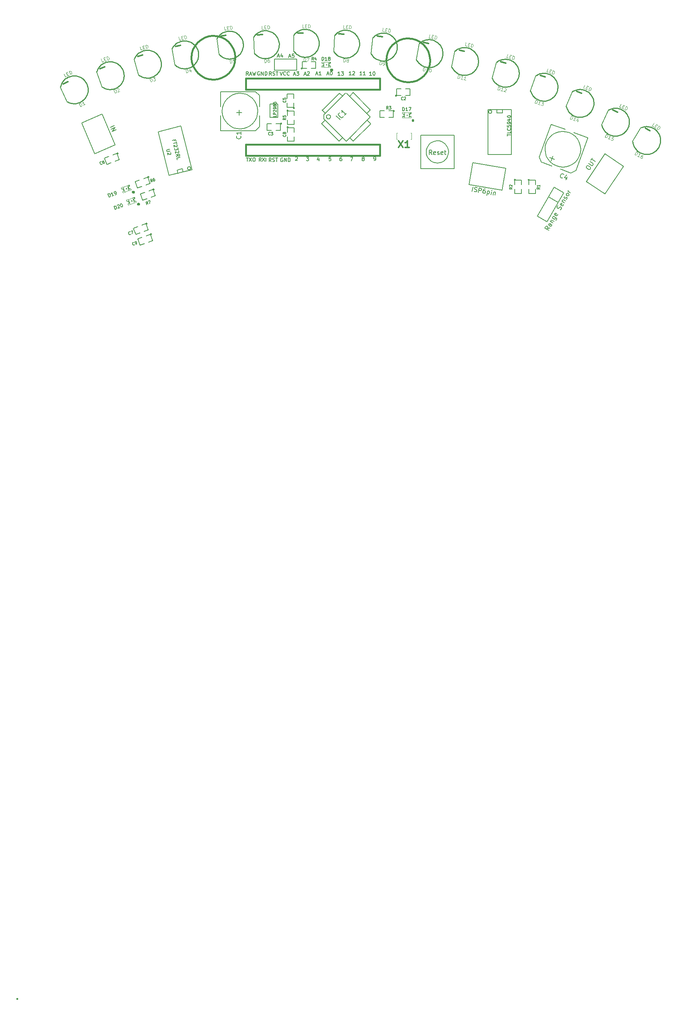
<source format=gto>
G04 (created by PCBNEW-RS274X (2011-nov-30)-testing) date Mon 30 Apr 2012 11:55:02 PM EDT*
G01*
G70*
G90*
%MOIN*%
G04 Gerber Fmt 3.4, Leading zero omitted, Abs format*
%FSLAX34Y34*%
G04 APERTURE LIST*
%ADD10C,0.006000*%
%ADD11C,0.015000*%
%ADD12C,0.002600*%
%ADD13C,0.004000*%
%ADD14C,0.002000*%
%ADD15C,0.008000*%
%ADD16C,0.005000*%
%ADD17C,0.003900*%
%ADD18C,0.010000*%
%ADD19C,0.005200*%
%ADD20C,0.006200*%
%ADD21C,0.012000*%
%ADD22C,0.003500*%
G04 APERTURE END LIST*
G54D10*
G54D11*
X-26379Y-29921D02*
X-26379Y-29921D01*
X-26379Y-29921D01*
X-26379Y-29921D01*
X-26379Y-29921D01*
X-26379Y-29921D01*
X-26379Y-29921D01*
X-26379Y-29921D01*
X-26379Y-29921D01*
X-26379Y-29921D01*
X-26379Y-29921D01*
X-26379Y-29921D01*
X-26379Y-29921D01*
X-26379Y-29921D01*
X-26379Y-29921D01*
X-26379Y-29921D01*
X-26379Y-29921D01*
X-26379Y-29921D01*
X-26379Y-29921D01*
X-26379Y-29921D01*
X-26379Y-29921D01*
X-26379Y-29921D01*
X-26379Y-29921D01*
X-26379Y-29921D01*
X-26379Y-29921D01*
X-26379Y-29921D01*
X-26379Y-29921D01*
X-26379Y-29921D01*
X-26379Y-29921D01*
X-26379Y-29921D01*
X-26379Y-29921D01*
X-26379Y-29921D01*
X-26379Y-29921D01*
X-26379Y-29921D01*
X01893Y53445D02*
X01892Y53437D01*
X01889Y53429D01*
X01885Y53422D01*
X01880Y53415D01*
X01874Y53410D01*
X01866Y53406D01*
X01858Y53403D01*
X01850Y53403D01*
X01842Y53403D01*
X01834Y53406D01*
X01827Y53410D01*
X01820Y53415D01*
X01815Y53421D01*
X01811Y53429D01*
X01808Y53437D01*
X01808Y53445D01*
X01808Y53452D01*
X01811Y53460D01*
X01814Y53468D01*
X01820Y53474D01*
X01826Y53480D01*
X01833Y53484D01*
X01841Y53486D01*
X01850Y53487D01*
X01857Y53487D01*
X01865Y53485D01*
X01873Y53481D01*
X01879Y53476D01*
X01885Y53469D01*
X01889Y53462D01*
X01891Y53454D01*
X01892Y53446D01*
X01893Y53445D01*
G54D12*
X01554Y53799D02*
X01554Y53671D01*
X01554Y53671D02*
X01751Y53671D01*
X01751Y53799D02*
X01751Y53671D01*
X01554Y53799D02*
X01751Y53799D01*
X01554Y54044D02*
X01554Y53985D01*
X01554Y53985D02*
X01653Y53985D01*
X01653Y54044D02*
X01653Y53985D01*
X01554Y54044D02*
X01653Y54044D01*
X01554Y53849D02*
X01554Y53790D01*
X01554Y53790D02*
X01653Y53790D01*
X01653Y53849D02*
X01653Y53790D01*
X01554Y53849D02*
X01653Y53849D01*
X01554Y53995D02*
X01554Y53839D01*
X01554Y53839D02*
X01623Y53839D01*
X01623Y53995D02*
X01623Y53839D01*
X01554Y53995D02*
X01623Y53995D01*
X00965Y53799D02*
X00965Y53671D01*
X00965Y53671D02*
X01162Y53671D01*
X01162Y53799D02*
X01162Y53671D01*
X00965Y53799D02*
X01162Y53799D01*
X00965Y54163D02*
X00965Y54035D01*
X00965Y54035D02*
X01162Y54035D01*
X01162Y54163D02*
X01162Y54035D01*
X00965Y54163D02*
X01162Y54163D01*
X01063Y53849D02*
X01063Y53790D01*
X01063Y53790D02*
X01162Y53790D01*
X01162Y53849D02*
X01162Y53790D01*
X01063Y53849D02*
X01162Y53849D01*
X01063Y54044D02*
X01063Y53985D01*
X01063Y53985D02*
X01162Y53985D01*
X01162Y54044D02*
X01162Y53985D01*
X01063Y54044D02*
X01162Y54044D01*
X01093Y53995D02*
X01093Y53839D01*
X01093Y53839D02*
X01162Y53839D01*
X01162Y53995D02*
X01162Y53839D01*
X01093Y53995D02*
X01162Y53995D01*
X01358Y53956D02*
X01358Y53878D01*
X01358Y53878D02*
X01436Y53878D01*
X01436Y53956D02*
X01436Y53878D01*
X01358Y53956D02*
X01436Y53956D01*
X01554Y54153D02*
X01554Y54035D01*
X01554Y54035D02*
X01672Y54035D01*
X01672Y54153D02*
X01672Y54035D01*
X01554Y54153D02*
X01672Y54153D01*
X01722Y54163D02*
X01722Y54074D01*
X01722Y54074D02*
X01751Y54074D01*
X01751Y54163D02*
X01751Y54074D01*
X01722Y54163D02*
X01751Y54163D01*
G54D13*
X01564Y53691D02*
X01152Y53691D01*
X01162Y54143D02*
X01722Y54143D01*
G54D14*
X01720Y54094D02*
X01719Y54089D01*
X01717Y54084D01*
X01715Y54079D01*
X01711Y54075D01*
X01707Y54071D01*
X01702Y54069D01*
X01697Y54067D01*
X01692Y54067D01*
X01687Y54067D01*
X01682Y54069D01*
X01677Y54071D01*
X01673Y54074D01*
X01669Y54079D01*
X01667Y54083D01*
X01665Y54089D01*
X01665Y54094D01*
X01665Y54099D01*
X01666Y54104D01*
X01669Y54109D01*
X01672Y54113D01*
X01677Y54116D01*
X01681Y54119D01*
X01686Y54121D01*
X01692Y54121D01*
X01696Y54121D01*
X01702Y54120D01*
X01707Y54117D01*
X01711Y54114D01*
X01714Y54110D01*
X01717Y54105D01*
X01719Y54100D01*
X01719Y54094D01*
X01720Y54094D01*
G54D13*
X01751Y54054D02*
X01740Y54053D01*
X01728Y54051D01*
X01716Y54049D01*
X01705Y54045D01*
X01694Y54041D01*
X01683Y54035D01*
X01673Y54029D01*
X01663Y54021D01*
X01655Y54013D01*
X01647Y54005D01*
X01639Y53995D01*
X01633Y53985D01*
X01627Y53974D01*
X01623Y53963D01*
X01619Y53952D01*
X01617Y53940D01*
X01615Y53928D01*
X01614Y53917D01*
X01615Y53906D01*
X01617Y53894D01*
X01619Y53882D01*
X01623Y53871D01*
X01627Y53860D01*
X01633Y53849D01*
X01639Y53839D01*
X01647Y53829D01*
X01655Y53821D01*
X01663Y53813D01*
X01673Y53805D01*
X01683Y53799D01*
X01694Y53793D01*
X01705Y53789D01*
X01716Y53785D01*
X01728Y53783D01*
X01740Y53781D01*
X01751Y53780D01*
X00965Y53780D02*
X00976Y53781D01*
X00988Y53783D01*
X01000Y53785D01*
X01011Y53789D01*
X01022Y53793D01*
X01033Y53799D01*
X01043Y53805D01*
X01053Y53813D01*
X01061Y53821D01*
X01069Y53829D01*
X01077Y53839D01*
X01083Y53849D01*
X01089Y53860D01*
X01093Y53871D01*
X01097Y53882D01*
X01099Y53894D01*
X01101Y53906D01*
X01102Y53917D01*
X01101Y53928D01*
X01099Y53940D01*
X01097Y53952D01*
X01093Y53963D01*
X01089Y53974D01*
X01083Y53985D01*
X01077Y53995D01*
X01069Y54005D01*
X01061Y54013D01*
X01053Y54021D01*
X01043Y54029D01*
X01033Y54035D01*
X01022Y54041D01*
X01011Y54045D01*
X01000Y54049D01*
X00988Y54051D01*
X00976Y54053D01*
X00965Y54054D01*
G54D11*
X-15902Y42488D02*
X-15903Y42480D01*
X-15906Y42472D01*
X-15910Y42464D01*
X-15915Y42457D01*
X-15922Y42452D01*
X-15929Y42448D01*
X-15938Y42445D01*
X-15946Y42445D01*
X-15954Y42445D01*
X-15962Y42448D01*
X-15970Y42452D01*
X-15976Y42457D01*
X-15982Y42464D01*
X-15986Y42471D01*
X-15989Y42479D01*
X-15989Y42488D01*
X-15989Y42495D01*
X-15986Y42504D01*
X-15982Y42511D01*
X-15977Y42518D01*
X-15971Y42524D01*
X-15963Y42528D01*
X-15955Y42530D01*
X-15946Y42531D01*
X-15939Y42531D01*
X-15931Y42529D01*
X-15923Y42525D01*
X-15916Y42519D01*
X-15911Y42513D01*
X-15906Y42505D01*
X-15904Y42497D01*
X-15903Y42489D01*
X-15902Y42488D01*
G54D12*
X-16370Y42731D02*
X-16327Y42611D01*
X-16327Y42611D02*
X-16142Y42678D01*
X-16185Y42799D02*
X-16142Y42678D01*
X-16370Y42731D02*
X-16185Y42799D01*
X-16454Y42961D02*
X-16434Y42906D01*
X-16434Y42906D02*
X-16341Y42940D01*
X-16361Y42995D02*
X-16341Y42940D01*
X-16454Y42961D02*
X-16361Y42995D01*
X-16388Y42778D02*
X-16367Y42723D01*
X-16367Y42723D02*
X-16274Y42757D01*
X-16295Y42812D02*
X-16274Y42757D01*
X-16388Y42778D02*
X-16295Y42812D01*
X-16437Y42915D02*
X-16384Y42769D01*
X-16384Y42769D02*
X-16319Y42792D01*
X-16373Y42939D02*
X-16319Y42792D01*
X-16437Y42915D02*
X-16373Y42939D01*
X-16924Y42530D02*
X-16880Y42409D01*
X-16880Y42409D02*
X-16695Y42477D01*
X-16739Y42597D02*
X-16695Y42477D01*
X-16924Y42530D02*
X-16739Y42597D01*
X-17048Y42872D02*
X-17005Y42751D01*
X-17005Y42751D02*
X-16820Y42819D01*
X-16863Y42939D02*
X-16820Y42819D01*
X-17048Y42872D02*
X-16863Y42939D01*
X-16849Y42610D02*
X-16829Y42555D01*
X-16829Y42555D02*
X-16736Y42589D01*
X-16756Y42644D02*
X-16736Y42589D01*
X-16849Y42610D02*
X-16756Y42644D01*
X-16916Y42793D02*
X-16895Y42738D01*
X-16895Y42738D02*
X-16802Y42772D01*
X-16823Y42827D02*
X-16802Y42772D01*
X-16916Y42793D02*
X-16823Y42827D01*
X-16871Y42758D02*
X-16817Y42611D01*
X-16817Y42611D02*
X-16753Y42635D01*
X-16806Y42781D02*
X-16753Y42635D01*
X-16871Y42758D02*
X-16806Y42781D01*
X-16608Y42812D02*
X-16582Y42738D01*
X-16582Y42738D02*
X-16508Y42765D01*
X-16535Y42838D02*
X-16508Y42765D01*
X-16608Y42812D02*
X-16535Y42838D01*
X-16492Y43064D02*
X-16451Y42953D01*
X-16451Y42953D02*
X-16340Y42993D01*
X-16381Y43104D02*
X-16340Y42993D01*
X-16492Y43064D02*
X-16381Y43104D01*
X-16337Y43131D02*
X-16307Y43047D01*
X-16307Y43047D02*
X-16279Y43057D01*
X-16310Y43141D02*
X-16279Y43057D01*
X-16337Y43131D02*
X-16310Y43141D01*
G54D13*
X-16324Y42633D02*
X-16711Y42492D01*
X-16856Y42920D02*
X-16330Y43112D01*
G54D14*
X-16315Y43056D02*
X-16316Y43051D01*
X-16318Y43046D01*
X-16320Y43042D01*
X-16323Y43037D01*
X-16327Y43034D01*
X-16332Y43032D01*
X-16337Y43030D01*
X-16342Y43030D01*
X-16347Y43030D01*
X-16352Y43031D01*
X-16356Y43034D01*
X-16360Y43037D01*
X-16364Y43041D01*
X-16366Y43046D01*
X-16368Y43051D01*
X-16368Y43056D01*
X-16368Y43060D01*
X-16367Y43065D01*
X-16364Y43070D01*
X-16361Y43074D01*
X-16357Y43078D01*
X-16352Y43080D01*
X-16347Y43082D01*
X-16342Y43082D01*
X-16338Y43082D01*
X-16333Y43081D01*
X-16328Y43078D01*
X-16324Y43075D01*
X-16320Y43071D01*
X-16318Y43066D01*
X-16316Y43061D01*
X-16316Y43056D01*
X-16315Y43056D01*
G54D13*
X-16272Y43036D02*
X-16283Y43032D01*
X-16294Y43026D01*
X-16304Y43020D01*
X-16313Y43012D01*
X-16322Y43004D01*
X-16330Y42996D01*
X-16337Y42986D01*
X-16344Y42976D01*
X-16349Y42966D01*
X-16353Y42955D01*
X-16357Y42943D01*
X-16360Y42932D01*
X-16361Y42920D01*
X-16361Y42909D01*
X-16361Y42897D01*
X-16359Y42885D01*
X-16357Y42874D01*
X-16353Y42863D01*
X-16349Y42852D01*
X-16343Y42841D01*
X-16337Y42831D01*
X-16329Y42822D01*
X-16321Y42813D01*
X-16313Y42805D01*
X-16303Y42798D01*
X-16293Y42791D01*
X-16283Y42786D01*
X-16272Y42782D01*
X-16260Y42778D01*
X-16249Y42775D01*
X-16237Y42774D01*
X-16226Y42774D01*
X-16214Y42774D01*
X-16202Y42776D01*
X-16191Y42778D01*
X-16180Y42782D01*
X-16918Y42514D02*
X-16907Y42518D01*
X-16896Y42524D01*
X-16886Y42530D01*
X-16877Y42538D01*
X-16868Y42546D01*
X-16860Y42554D01*
X-16853Y42564D01*
X-16846Y42574D01*
X-16841Y42584D01*
X-16837Y42595D01*
X-16833Y42607D01*
X-16830Y42618D01*
X-16829Y42630D01*
X-16829Y42641D01*
X-16829Y42653D01*
X-16831Y42665D01*
X-16833Y42676D01*
X-16837Y42687D01*
X-16841Y42698D01*
X-16847Y42709D01*
X-16853Y42719D01*
X-16861Y42728D01*
X-16869Y42737D01*
X-16877Y42745D01*
X-16887Y42752D01*
X-16897Y42759D01*
X-16907Y42764D01*
X-16918Y42768D01*
X-16930Y42772D01*
X-16941Y42775D01*
X-16953Y42776D01*
X-16964Y42776D01*
X-16976Y42776D01*
X-16988Y42774D01*
X-16999Y42772D01*
X-17010Y42768D01*
G54D11*
X-15439Y41405D02*
X-15440Y41398D01*
X-15443Y41390D01*
X-15446Y41383D01*
X-15451Y41377D01*
X-15457Y41372D01*
X-15464Y41369D01*
X-15471Y41366D01*
X-15479Y41366D01*
X-15486Y41366D01*
X-15493Y41368D01*
X-15500Y41372D01*
X-15506Y41377D01*
X-15512Y41383D01*
X-15515Y41390D01*
X-15518Y41397D01*
X-15518Y41405D01*
X-15518Y41412D01*
X-15516Y41419D01*
X-15512Y41426D01*
X-15507Y41432D01*
X-15501Y41437D01*
X-15495Y41441D01*
X-15487Y41444D01*
X-15479Y41444D01*
X-15473Y41444D01*
X-15465Y41442D01*
X-15458Y41438D01*
X-15452Y41433D01*
X-15447Y41428D01*
X-15443Y41421D01*
X-15440Y41413D01*
X-15440Y41406D01*
X-15439Y41405D01*
G54D12*
X-15897Y41629D02*
X-15854Y41509D01*
X-15854Y41509D02*
X-15669Y41576D01*
X-15712Y41697D02*
X-15669Y41576D01*
X-15897Y41629D02*
X-15712Y41697D01*
X-15981Y41859D02*
X-15961Y41804D01*
X-15961Y41804D02*
X-15868Y41838D01*
X-15888Y41893D02*
X-15868Y41838D01*
X-15981Y41859D02*
X-15888Y41893D01*
X-15915Y41676D02*
X-15894Y41621D01*
X-15894Y41621D02*
X-15801Y41655D01*
X-15822Y41710D02*
X-15801Y41655D01*
X-15915Y41676D02*
X-15822Y41710D01*
X-15964Y41813D02*
X-15911Y41667D01*
X-15911Y41667D02*
X-15846Y41690D01*
X-15900Y41837D02*
X-15846Y41690D01*
X-15964Y41813D02*
X-15900Y41837D01*
X-16451Y41428D02*
X-16407Y41307D01*
X-16407Y41307D02*
X-16222Y41375D01*
X-16266Y41495D02*
X-16222Y41375D01*
X-16451Y41428D02*
X-16266Y41495D01*
X-16575Y41770D02*
X-16532Y41649D01*
X-16532Y41649D02*
X-16347Y41717D01*
X-16390Y41837D02*
X-16347Y41717D01*
X-16575Y41770D02*
X-16390Y41837D01*
X-16376Y41508D02*
X-16356Y41453D01*
X-16356Y41453D02*
X-16263Y41487D01*
X-16283Y41542D02*
X-16263Y41487D01*
X-16376Y41508D02*
X-16283Y41542D01*
X-16443Y41691D02*
X-16422Y41636D01*
X-16422Y41636D02*
X-16329Y41670D01*
X-16350Y41725D02*
X-16329Y41670D01*
X-16443Y41691D02*
X-16350Y41725D01*
X-16398Y41656D02*
X-16344Y41509D01*
X-16344Y41509D02*
X-16280Y41533D01*
X-16333Y41679D02*
X-16280Y41533D01*
X-16398Y41656D02*
X-16333Y41679D01*
X-16135Y41710D02*
X-16109Y41636D01*
X-16109Y41636D02*
X-16035Y41663D01*
X-16062Y41736D02*
X-16035Y41663D01*
X-16135Y41710D02*
X-16062Y41736D01*
X-16019Y41962D02*
X-15978Y41851D01*
X-15978Y41851D02*
X-15867Y41891D01*
X-15908Y42002D02*
X-15867Y41891D01*
X-16019Y41962D02*
X-15908Y42002D01*
X-15864Y42029D02*
X-15834Y41945D01*
X-15834Y41945D02*
X-15806Y41955D01*
X-15837Y42039D02*
X-15806Y41955D01*
X-15864Y42029D02*
X-15837Y42039D01*
G54D13*
X-15851Y41531D02*
X-16238Y41390D01*
X-16383Y41818D02*
X-15857Y42010D01*
G54D14*
X-15842Y41954D02*
X-15843Y41949D01*
X-15845Y41944D01*
X-15847Y41940D01*
X-15850Y41935D01*
X-15854Y41932D01*
X-15859Y41930D01*
X-15864Y41928D01*
X-15869Y41928D01*
X-15874Y41928D01*
X-15879Y41929D01*
X-15883Y41932D01*
X-15887Y41935D01*
X-15891Y41939D01*
X-15893Y41944D01*
X-15895Y41949D01*
X-15895Y41954D01*
X-15895Y41958D01*
X-15894Y41963D01*
X-15891Y41968D01*
X-15888Y41972D01*
X-15884Y41976D01*
X-15879Y41978D01*
X-15874Y41980D01*
X-15869Y41980D01*
X-15865Y41980D01*
X-15860Y41979D01*
X-15855Y41976D01*
X-15851Y41973D01*
X-15847Y41969D01*
X-15845Y41964D01*
X-15843Y41959D01*
X-15843Y41954D01*
X-15842Y41954D01*
G54D13*
X-15799Y41934D02*
X-15810Y41930D01*
X-15821Y41924D01*
X-15831Y41918D01*
X-15840Y41910D01*
X-15849Y41902D01*
X-15857Y41894D01*
X-15864Y41884D01*
X-15871Y41874D01*
X-15876Y41864D01*
X-15880Y41853D01*
X-15884Y41841D01*
X-15887Y41830D01*
X-15888Y41818D01*
X-15888Y41807D01*
X-15888Y41795D01*
X-15886Y41783D01*
X-15884Y41772D01*
X-15880Y41761D01*
X-15876Y41750D01*
X-15870Y41739D01*
X-15864Y41729D01*
X-15856Y41720D01*
X-15848Y41711D01*
X-15840Y41703D01*
X-15830Y41696D01*
X-15820Y41689D01*
X-15810Y41684D01*
X-15799Y41680D01*
X-15787Y41676D01*
X-15776Y41673D01*
X-15764Y41672D01*
X-15753Y41672D01*
X-15741Y41672D01*
X-15729Y41674D01*
X-15718Y41676D01*
X-15707Y41680D01*
X-16445Y41412D02*
X-16434Y41416D01*
X-16423Y41422D01*
X-16413Y41428D01*
X-16404Y41436D01*
X-16395Y41444D01*
X-16387Y41452D01*
X-16380Y41462D01*
X-16373Y41472D01*
X-16368Y41482D01*
X-16364Y41493D01*
X-16360Y41505D01*
X-16357Y41516D01*
X-16356Y41528D01*
X-16356Y41539D01*
X-16356Y41551D01*
X-16358Y41563D01*
X-16360Y41574D01*
X-16364Y41585D01*
X-16368Y41596D01*
X-16374Y41607D01*
X-16380Y41617D01*
X-16388Y41626D01*
X-16396Y41635D01*
X-16404Y41643D01*
X-16414Y41650D01*
X-16424Y41657D01*
X-16434Y41662D01*
X-16445Y41666D01*
X-16457Y41670D01*
X-16468Y41673D01*
X-16480Y41674D01*
X-16491Y41674D01*
X-16503Y41674D01*
X-16515Y41672D01*
X-16526Y41670D01*
X-16537Y41666D01*
G54D11*
X09180Y48917D02*
X09179Y48912D01*
X09177Y48907D01*
X09175Y48903D01*
X09172Y48898D01*
X09168Y48895D01*
X09163Y48893D01*
X09158Y48891D01*
X09153Y48891D01*
X09148Y48891D01*
X09143Y48892D01*
X09139Y48895D01*
X09135Y48898D01*
X09131Y48902D01*
X09129Y48907D01*
X09127Y48912D01*
X09127Y48917D01*
X09127Y48921D01*
X09128Y48926D01*
X09131Y48931D01*
X09134Y48935D01*
X09138Y48939D01*
X09143Y48941D01*
X09148Y48943D01*
X09153Y48943D01*
X09157Y48943D01*
X09162Y48942D01*
X09167Y48939D01*
X09171Y48936D01*
X09175Y48932D01*
X09177Y48927D01*
X09179Y48922D01*
X09179Y48917D01*
X09180Y48917D01*
G54D12*
X08798Y49271D02*
X08798Y49143D01*
X08798Y49143D02*
X08995Y49143D01*
X08995Y49271D02*
X08995Y49143D01*
X08798Y49271D02*
X08995Y49271D01*
X08798Y49516D02*
X08798Y49457D01*
X08798Y49457D02*
X08897Y49457D01*
X08897Y49516D02*
X08897Y49457D01*
X08798Y49516D02*
X08897Y49516D01*
X08798Y49321D02*
X08798Y49262D01*
X08798Y49262D02*
X08897Y49262D01*
X08897Y49321D02*
X08897Y49262D01*
X08798Y49321D02*
X08897Y49321D01*
X08798Y49467D02*
X08798Y49311D01*
X08798Y49311D02*
X08867Y49311D01*
X08867Y49467D02*
X08867Y49311D01*
X08798Y49467D02*
X08867Y49467D01*
X08209Y49271D02*
X08209Y49143D01*
X08209Y49143D02*
X08406Y49143D01*
X08406Y49271D02*
X08406Y49143D01*
X08209Y49271D02*
X08406Y49271D01*
X08209Y49635D02*
X08209Y49507D01*
X08209Y49507D02*
X08406Y49507D01*
X08406Y49635D02*
X08406Y49507D01*
X08209Y49635D02*
X08406Y49635D01*
X08307Y49321D02*
X08307Y49262D01*
X08307Y49262D02*
X08406Y49262D01*
X08406Y49321D02*
X08406Y49262D01*
X08307Y49321D02*
X08406Y49321D01*
X08307Y49516D02*
X08307Y49457D01*
X08307Y49457D02*
X08406Y49457D01*
X08406Y49516D02*
X08406Y49457D01*
X08307Y49516D02*
X08406Y49516D01*
X08337Y49467D02*
X08337Y49311D01*
X08337Y49311D02*
X08406Y49311D01*
X08406Y49467D02*
X08406Y49311D01*
X08337Y49467D02*
X08406Y49467D01*
X08602Y49428D02*
X08602Y49350D01*
X08602Y49350D02*
X08680Y49350D01*
X08680Y49428D02*
X08680Y49350D01*
X08602Y49428D02*
X08680Y49428D01*
X08798Y49625D02*
X08798Y49507D01*
X08798Y49507D02*
X08916Y49507D01*
X08916Y49625D02*
X08916Y49507D01*
X08798Y49625D02*
X08916Y49625D01*
X08966Y49635D02*
X08966Y49546D01*
X08966Y49546D02*
X08995Y49546D01*
X08995Y49635D02*
X08995Y49546D01*
X08966Y49635D02*
X08995Y49635D01*
G54D13*
X08808Y49163D02*
X08396Y49163D01*
X08406Y49615D02*
X08966Y49615D01*
G54D14*
X08964Y49566D02*
X08963Y49561D01*
X08961Y49556D01*
X08959Y49551D01*
X08955Y49547D01*
X08951Y49543D01*
X08946Y49541D01*
X08941Y49539D01*
X08936Y49539D01*
X08931Y49539D01*
X08926Y49541D01*
X08921Y49543D01*
X08917Y49546D01*
X08913Y49551D01*
X08911Y49555D01*
X08909Y49561D01*
X08909Y49566D01*
X08909Y49571D01*
X08910Y49576D01*
X08913Y49581D01*
X08916Y49585D01*
X08921Y49588D01*
X08925Y49591D01*
X08930Y49593D01*
X08936Y49593D01*
X08940Y49593D01*
X08946Y49592D01*
X08951Y49589D01*
X08955Y49586D01*
X08958Y49582D01*
X08961Y49577D01*
X08963Y49572D01*
X08963Y49566D01*
X08964Y49566D01*
G54D13*
X08995Y49526D02*
X08984Y49525D01*
X08972Y49523D01*
X08960Y49521D01*
X08949Y49517D01*
X08938Y49513D01*
X08927Y49507D01*
X08917Y49501D01*
X08907Y49493D01*
X08899Y49485D01*
X08891Y49477D01*
X08883Y49467D01*
X08877Y49457D01*
X08871Y49446D01*
X08867Y49435D01*
X08863Y49424D01*
X08861Y49412D01*
X08859Y49400D01*
X08858Y49389D01*
X08859Y49378D01*
X08861Y49366D01*
X08863Y49354D01*
X08867Y49343D01*
X08871Y49332D01*
X08877Y49321D01*
X08883Y49311D01*
X08891Y49301D01*
X08899Y49293D01*
X08907Y49285D01*
X08917Y49277D01*
X08927Y49271D01*
X08938Y49265D01*
X08949Y49261D01*
X08960Y49257D01*
X08972Y49255D01*
X08984Y49253D01*
X08995Y49252D01*
X08209Y49252D02*
X08220Y49253D01*
X08232Y49255D01*
X08244Y49257D01*
X08255Y49261D01*
X08266Y49265D01*
X08277Y49271D01*
X08287Y49277D01*
X08297Y49285D01*
X08305Y49293D01*
X08313Y49301D01*
X08321Y49311D01*
X08327Y49321D01*
X08333Y49332D01*
X08337Y49343D01*
X08341Y49354D01*
X08343Y49366D01*
X08345Y49378D01*
X08346Y49389D01*
X08345Y49400D01*
X08343Y49412D01*
X08341Y49424D01*
X08337Y49435D01*
X08333Y49446D01*
X08327Y49457D01*
X08321Y49467D01*
X08313Y49477D01*
X08305Y49485D01*
X08297Y49493D01*
X08287Y49501D01*
X08277Y49507D01*
X08266Y49513D01*
X08255Y49517D01*
X08244Y49521D01*
X08232Y49523D01*
X08220Y49525D01*
X08209Y49526D01*
G54D15*
X-18741Y49468D02*
X-17568Y46707D01*
X-19409Y45926D02*
X-20582Y48687D01*
X-20582Y48687D02*
X-18741Y49468D01*
X-17568Y46707D02*
X-19409Y45926D01*
G54D10*
X-03264Y53417D02*
X-03264Y54417D01*
X-03264Y54417D02*
X-01264Y54417D01*
X-01264Y54417D02*
X-01264Y53417D01*
X-01264Y53417D02*
X-03264Y53417D01*
G54D11*
X-06791Y54547D02*
X-06829Y54165D01*
X-06940Y53797D01*
X-07120Y53458D01*
X-07363Y53160D01*
X-07659Y52915D01*
X-07997Y52732D01*
X-08365Y52619D01*
X-08747Y52579D01*
X-09128Y52613D01*
X-09497Y52722D01*
X-09838Y52900D01*
X-10137Y53141D01*
X-10384Y53435D01*
X-10569Y53772D01*
X-10685Y54138D01*
X-10728Y54520D01*
X-10696Y54902D01*
X-10590Y55271D01*
X-10415Y55613D01*
X-10176Y55914D01*
X-09883Y56163D01*
X-09548Y56351D01*
X-09182Y56470D01*
X-08801Y56515D01*
X-08419Y56486D01*
X-08048Y56382D01*
X-07705Y56209D01*
X-07403Y55972D01*
X-07152Y55681D01*
X-06962Y55347D01*
X-06840Y54983D01*
X-06792Y54601D01*
X-06791Y54547D01*
X10689Y54311D02*
X10651Y53929D01*
X10540Y53561D01*
X10360Y53222D01*
X10117Y52924D01*
X09821Y52679D01*
X09483Y52496D01*
X09115Y52383D01*
X08733Y52343D01*
X08352Y52377D01*
X07983Y52486D01*
X07642Y52664D01*
X07343Y52905D01*
X07096Y53199D01*
X06911Y53536D01*
X06795Y53902D01*
X06752Y54284D01*
X06784Y54666D01*
X06890Y55035D01*
X07065Y55377D01*
X07304Y55678D01*
X07597Y55927D01*
X07932Y56115D01*
X08298Y56234D01*
X08679Y56279D01*
X09061Y56250D01*
X09432Y56146D01*
X09775Y55973D01*
X10077Y55736D01*
X10328Y55445D01*
X10518Y55111D01*
X10640Y54747D01*
X10688Y54365D01*
X10689Y54311D01*
G54D10*
X05340Y49861D02*
X05022Y49543D01*
X03798Y51403D02*
X03487Y51092D01*
X05340Y49861D02*
X03798Y51403D01*
X05050Y48907D02*
X05354Y48603D01*
X03494Y47337D02*
X03791Y47040D01*
X03784Y47033D02*
X05361Y48596D01*
X01026Y49819D02*
X02554Y51360D01*
X01175Y49062D02*
X03176Y47061D01*
X02568Y51360D02*
X02858Y51070D01*
X01182Y49409D02*
X03148Y51375D01*
X05340Y49211D02*
X03190Y51360D01*
X03183Y47054D02*
X05304Y49175D01*
X00977Y48624D02*
X02547Y47054D01*
X02547Y47054D02*
X02865Y47372D01*
X01171Y49072D02*
X01171Y49397D01*
X00978Y48625D02*
X01298Y48945D01*
X01309Y49536D02*
X00990Y49856D01*
X01770Y49238D02*
X01766Y49202D01*
X01755Y49167D01*
X01738Y49134D01*
X01715Y49106D01*
X01687Y49083D01*
X01654Y49065D01*
X01619Y49054D01*
X01583Y49051D01*
X01547Y49054D01*
X01512Y49064D01*
X01480Y49081D01*
X01451Y49104D01*
X01427Y49132D01*
X01410Y49164D01*
X01399Y49199D01*
X01395Y49236D01*
X01398Y49271D01*
X01408Y49307D01*
X01424Y49339D01*
X01447Y49368D01*
X01475Y49392D01*
X01507Y49410D01*
X01542Y49421D01*
X01579Y49425D01*
X01614Y49423D01*
X01649Y49413D01*
X01682Y49396D01*
X01711Y49374D01*
X01735Y49346D01*
X01753Y49314D01*
X01765Y49279D01*
X01769Y49243D01*
X01770Y49238D01*
G54D11*
X-05835Y45740D02*
X-05835Y46740D01*
X06190Y45740D02*
X06190Y46740D01*
X06190Y46740D02*
X-05810Y46740D01*
X-05810Y45740D02*
X06190Y45740D01*
X-05835Y51690D02*
X-05835Y52690D01*
X06190Y51690D02*
X06190Y52690D01*
X06190Y52690D02*
X-05810Y52690D01*
X-05810Y51690D02*
X06190Y51690D01*
G54D16*
X16239Y49693D02*
X16236Y49666D01*
X16228Y49640D01*
X16215Y49615D01*
X16198Y49594D01*
X16176Y49577D01*
X16152Y49564D01*
X16126Y49555D01*
X16098Y49553D01*
X16072Y49555D01*
X16046Y49563D01*
X16021Y49576D01*
X16000Y49593D01*
X15982Y49614D01*
X15969Y49638D01*
X15961Y49664D01*
X15958Y49692D01*
X15960Y49718D01*
X15967Y49744D01*
X15980Y49769D01*
X15997Y49790D01*
X16018Y49808D01*
X16042Y49822D01*
X16068Y49830D01*
X16096Y49833D01*
X16122Y49831D01*
X16148Y49824D01*
X16173Y49812D01*
X16195Y49795D01*
X16213Y49774D01*
X16226Y49750D01*
X16235Y49724D01*
X16238Y49696D01*
X16239Y49693D01*
X17198Y49893D02*
X17198Y49593D01*
X17198Y49593D02*
X16698Y49593D01*
X16698Y49593D02*
X16698Y49893D01*
X15898Y45843D02*
X15898Y49893D01*
X17998Y49893D02*
X17998Y45843D01*
X17998Y49893D02*
X15898Y49893D01*
X17998Y45843D02*
X15898Y45843D01*
G54D15*
X17150Y42633D02*
X14195Y43154D01*
X14542Y45123D02*
X17497Y44602D01*
X17497Y44602D02*
X17150Y42633D01*
X14195Y43154D02*
X14542Y45123D01*
G54D16*
X12358Y46082D02*
X12338Y45888D01*
X12282Y45701D01*
X12190Y45529D01*
X12067Y45378D01*
X11917Y45253D01*
X11745Y45161D01*
X11559Y45103D01*
X11364Y45083D01*
X11171Y45100D01*
X10984Y45155D01*
X10811Y45246D01*
X10659Y45368D01*
X10533Y45518D01*
X10439Y45689D01*
X10380Y45875D01*
X10359Y46069D01*
X10375Y46262D01*
X10429Y46450D01*
X10518Y46623D01*
X10639Y46776D01*
X10788Y46903D01*
X10958Y46998D01*
X11144Y47058D01*
X11338Y47081D01*
X11531Y47066D01*
X11719Y47014D01*
X11893Y46926D01*
X12047Y46806D01*
X12175Y46658D01*
X12271Y46488D01*
X12333Y46303D01*
X12357Y46109D01*
X12358Y46082D01*
X12858Y44582D02*
X09858Y44582D01*
X09858Y44582D02*
X09858Y47582D01*
X09858Y47582D02*
X12858Y47582D01*
X12858Y44582D02*
X12858Y47582D01*
X-02977Y49183D02*
X-03677Y49183D01*
X-03677Y49183D02*
X-03677Y50383D01*
X-03677Y50383D02*
X-02977Y50383D01*
X-02977Y50383D02*
X-02977Y49183D01*
G54D15*
X20751Y45136D02*
X21644Y44811D01*
X23335Y44196D02*
X22395Y44538D01*
X24861Y47365D02*
X23592Y47827D01*
X21572Y48562D02*
X22841Y48100D01*
X20974Y46918D02*
X21572Y48562D01*
X24861Y47365D02*
X23784Y44405D01*
X23784Y44405D02*
X23335Y44196D01*
X20704Y45153D02*
X20495Y45602D01*
X20495Y45602D02*
X20974Y46918D01*
X24218Y46319D02*
X24187Y46009D01*
X24097Y45710D01*
X23950Y45434D01*
X23753Y45192D01*
X23512Y44993D01*
X23238Y44845D01*
X22939Y44752D01*
X22629Y44720D01*
X22319Y44748D01*
X22019Y44836D01*
X21742Y44981D01*
X21499Y45176D01*
X21298Y45416D01*
X21148Y45689D01*
X21053Y45987D01*
X21019Y46297D01*
X21045Y46607D01*
X21131Y46907D01*
X21274Y47185D01*
X21468Y47430D01*
X21705Y47632D01*
X21978Y47785D01*
X22275Y47881D01*
X22585Y47918D01*
X22895Y47894D01*
X23196Y47810D01*
X23475Y47669D01*
X23721Y47477D01*
X23925Y47241D01*
X24079Y46969D01*
X24178Y46673D01*
X24217Y46363D01*
X24218Y46319D01*
X-04609Y48394D02*
X-04609Y49344D01*
X-04609Y51144D02*
X-04609Y50144D01*
X-08109Y51494D02*
X-08109Y50144D01*
X-08109Y47994D02*
X-08109Y49344D01*
X-06359Y47994D02*
X-08109Y47994D01*
X-08109Y51494D02*
X-04959Y51494D01*
X-04959Y51494D02*
X-04609Y51144D01*
X-04609Y48344D02*
X-04959Y47994D01*
X-04959Y47994D02*
X-06359Y47994D01*
X-04759Y49744D02*
X-04790Y49434D01*
X-04880Y49135D01*
X-05027Y48859D01*
X-05224Y48617D01*
X-05465Y48418D01*
X-05739Y48270D01*
X-06038Y48177D01*
X-06348Y48145D01*
X-06658Y48173D01*
X-06958Y48261D01*
X-07235Y48406D01*
X-07478Y48601D01*
X-07679Y48841D01*
X-07829Y49114D01*
X-07924Y49412D01*
X-07958Y49722D01*
X-07932Y50032D01*
X-07846Y50332D01*
X-07703Y50610D01*
X-07509Y50855D01*
X-07272Y51057D01*
X-06999Y51210D01*
X-06702Y51306D01*
X-06392Y51343D01*
X-06082Y51319D01*
X-05781Y51235D01*
X-05502Y51094D01*
X-05256Y50902D01*
X-05052Y50666D01*
X-04898Y50394D01*
X-04799Y50098D01*
X-04760Y49788D01*
X-04759Y49744D01*
G54D16*
X19612Y43583D02*
X19611Y43574D01*
X19608Y43564D01*
X19603Y43556D01*
X19597Y43548D01*
X19589Y43542D01*
X19581Y43537D01*
X19572Y43535D01*
X19562Y43534D01*
X19553Y43534D01*
X19544Y43537D01*
X19535Y43542D01*
X19528Y43548D01*
X19521Y43555D01*
X19517Y43564D01*
X19514Y43573D01*
X19513Y43583D01*
X19513Y43592D01*
X19516Y43601D01*
X19520Y43610D01*
X19527Y43617D01*
X19534Y43624D01*
X19542Y43628D01*
X19552Y43631D01*
X19561Y43632D01*
X19570Y43632D01*
X19580Y43629D01*
X19588Y43625D01*
X19596Y43619D01*
X19602Y43611D01*
X19607Y43603D01*
X19610Y43594D01*
X19611Y43584D01*
X19612Y43583D01*
X19562Y43133D02*
X19562Y43533D01*
X19562Y43533D02*
X20162Y43533D01*
X20162Y43533D02*
X20162Y43133D01*
X20162Y42733D02*
X20162Y42333D01*
X20162Y42333D02*
X19562Y42333D01*
X19562Y42333D02*
X19562Y42733D01*
X18352Y43583D02*
X18351Y43574D01*
X18348Y43564D01*
X18343Y43556D01*
X18337Y43548D01*
X18329Y43542D01*
X18321Y43537D01*
X18312Y43535D01*
X18302Y43534D01*
X18293Y43534D01*
X18284Y43537D01*
X18275Y43542D01*
X18268Y43548D01*
X18261Y43555D01*
X18257Y43564D01*
X18254Y43573D01*
X18253Y43583D01*
X18253Y43592D01*
X18256Y43601D01*
X18260Y43610D01*
X18267Y43617D01*
X18274Y43624D01*
X18282Y43628D01*
X18292Y43631D01*
X18301Y43632D01*
X18310Y43632D01*
X18320Y43629D01*
X18328Y43625D01*
X18336Y43619D01*
X18342Y43611D01*
X18347Y43603D01*
X18350Y43594D01*
X18351Y43584D01*
X18352Y43583D01*
X18302Y43133D02*
X18302Y43533D01*
X18302Y43533D02*
X18902Y43533D01*
X18902Y43533D02*
X18902Y43133D01*
X18902Y42733D02*
X18902Y42333D01*
X18902Y42333D02*
X18302Y42333D01*
X18302Y42333D02*
X18302Y42733D01*
X-00778Y53578D02*
X-00779Y53569D01*
X-00782Y53559D01*
X-00787Y53551D01*
X-00793Y53543D01*
X-00801Y53537D01*
X-00809Y53532D01*
X-00818Y53530D01*
X-00828Y53529D01*
X-00837Y53529D01*
X-00846Y53532D01*
X-00855Y53537D01*
X-00862Y53543D01*
X-00869Y53550D01*
X-00873Y53559D01*
X-00876Y53568D01*
X-00877Y53578D01*
X-00877Y53587D01*
X-00874Y53596D01*
X-00870Y53605D01*
X-00863Y53612D01*
X-00856Y53619D01*
X-00848Y53623D01*
X-00838Y53626D01*
X-00829Y53627D01*
X-00820Y53627D01*
X-00810Y53624D01*
X-00802Y53620D01*
X-00794Y53614D01*
X-00788Y53606D01*
X-00783Y53598D01*
X-00780Y53589D01*
X-00779Y53579D01*
X-00778Y53578D01*
X-00378Y53578D02*
X-00778Y53578D01*
X-00778Y53578D02*
X-00778Y54178D01*
X-00778Y54178D02*
X-00378Y54178D01*
X00022Y54178D02*
X00422Y54178D01*
X00422Y54178D02*
X00422Y53578D01*
X00422Y53578D02*
X00022Y53578D01*
X-02042Y49803D02*
X-02043Y49794D01*
X-02046Y49784D01*
X-02051Y49776D01*
X-02057Y49768D01*
X-02065Y49762D01*
X-02073Y49757D01*
X-02082Y49755D01*
X-02092Y49754D01*
X-02101Y49754D01*
X-02110Y49757D01*
X-02119Y49762D01*
X-02126Y49768D01*
X-02133Y49775D01*
X-02137Y49784D01*
X-02140Y49793D01*
X-02141Y49803D01*
X-02141Y49812D01*
X-02138Y49821D01*
X-02134Y49830D01*
X-02127Y49837D01*
X-02120Y49844D01*
X-02112Y49848D01*
X-02102Y49851D01*
X-02093Y49852D01*
X-02084Y49852D01*
X-02074Y49849D01*
X-02066Y49845D01*
X-02058Y49839D01*
X-02052Y49831D01*
X-02047Y49823D01*
X-02044Y49814D01*
X-02043Y49804D01*
X-02042Y49803D01*
X-02092Y49353D02*
X-02092Y49753D01*
X-02092Y49753D02*
X-01492Y49753D01*
X-01492Y49753D02*
X-01492Y49353D01*
X-01492Y48953D02*
X-01492Y48553D01*
X-01492Y48553D02*
X-02092Y48553D01*
X-02092Y48553D02*
X-02092Y48953D01*
X07491Y49768D02*
X07490Y49759D01*
X07487Y49749D01*
X07482Y49741D01*
X07476Y49733D01*
X07468Y49727D01*
X07460Y49722D01*
X07451Y49720D01*
X07441Y49719D01*
X07432Y49719D01*
X07423Y49722D01*
X07414Y49727D01*
X07407Y49733D01*
X07400Y49740D01*
X07396Y49749D01*
X07393Y49758D01*
X07392Y49768D01*
X07392Y49777D01*
X07395Y49786D01*
X07399Y49795D01*
X07406Y49802D01*
X07413Y49809D01*
X07421Y49813D01*
X07431Y49816D01*
X07440Y49817D01*
X07449Y49817D01*
X07459Y49814D01*
X07467Y49810D01*
X07475Y49804D01*
X07481Y49796D01*
X07486Y49788D01*
X07489Y49779D01*
X07490Y49769D01*
X07491Y49768D01*
X06991Y49768D02*
X07391Y49768D01*
X07391Y49768D02*
X07391Y49168D01*
X07391Y49168D02*
X06991Y49168D01*
X06591Y49168D02*
X06191Y49168D01*
X06191Y49168D02*
X06191Y49768D01*
X06191Y49768D02*
X06591Y49768D01*
G54D17*
X08957Y47205D02*
X09035Y47205D01*
X08957Y47795D02*
X09035Y47795D01*
X07775Y47795D02*
X07697Y47795D01*
X07775Y47205D02*
X07697Y47205D01*
X09035Y47795D02*
X09035Y47205D01*
X07697Y47205D02*
X07697Y47795D01*
G54D16*
X-02042Y48307D02*
X-02043Y48298D01*
X-02046Y48288D01*
X-02051Y48280D01*
X-02057Y48272D01*
X-02065Y48266D01*
X-02073Y48261D01*
X-02082Y48259D01*
X-02092Y48258D01*
X-02101Y48258D01*
X-02110Y48261D01*
X-02119Y48266D01*
X-02126Y48272D01*
X-02133Y48279D01*
X-02137Y48288D01*
X-02140Y48297D01*
X-02141Y48307D01*
X-02141Y48316D01*
X-02138Y48325D01*
X-02134Y48334D01*
X-02127Y48341D01*
X-02120Y48348D01*
X-02112Y48352D01*
X-02102Y48355D01*
X-02093Y48356D01*
X-02084Y48356D01*
X-02074Y48353D01*
X-02066Y48349D01*
X-02058Y48343D01*
X-02052Y48335D01*
X-02047Y48327D01*
X-02044Y48318D01*
X-02043Y48308D01*
X-02042Y48307D01*
X-02092Y47857D02*
X-02092Y48257D01*
X-02092Y48257D02*
X-01492Y48257D01*
X-01492Y48257D02*
X-01492Y47857D01*
X-01492Y47457D02*
X-01492Y47057D01*
X-01492Y47057D02*
X-02092Y47057D01*
X-02092Y47057D02*
X-02092Y47457D01*
G54D15*
X02122Y56565D02*
X02056Y55067D01*
G54D18*
X02078Y55066D02*
X02143Y54979D01*
X02216Y54898D01*
X02296Y54823D01*
X02381Y54756D01*
X02473Y54696D01*
X02569Y54645D01*
X02669Y54602D01*
X02773Y54569D01*
X02879Y54544D01*
X02987Y54528D01*
X03095Y54523D01*
X03203Y54526D01*
X03311Y54539D01*
X03418Y54562D01*
X03522Y54593D01*
X03623Y54634D01*
X03721Y54683D01*
X03813Y54741D01*
X03900Y54806D01*
X03981Y54879D01*
X04056Y54959D01*
X04123Y55044D01*
X04183Y55136D01*
X04234Y55232D01*
X04277Y55332D01*
X04310Y55436D01*
X04335Y55542D01*
X04351Y55650D01*
X04356Y55758D01*
X04353Y55866D01*
X04340Y55974D01*
X04317Y56081D01*
X04286Y56185D01*
X04245Y56286D01*
X04196Y56384D01*
X04138Y56476D01*
X04073Y56563D01*
X04000Y56644D01*
X03920Y56719D01*
X03835Y56786D01*
X03743Y56846D01*
X03647Y56897D01*
X03547Y56940D01*
X03443Y56973D01*
X03337Y56998D01*
X03229Y57014D01*
X03121Y57019D01*
X03013Y57016D01*
X02905Y57003D01*
X02798Y56980D01*
X02694Y56949D01*
X02593Y56908D01*
X02495Y56859D01*
X02403Y56801D01*
X02316Y56736D01*
X02235Y56663D01*
X02160Y56583D01*
X02143Y56563D01*
G54D15*
X12947Y55168D02*
X12622Y53703D01*
G54D18*
X12644Y53698D02*
X12693Y53600D01*
X12751Y53508D01*
X12817Y53421D01*
X12890Y53340D01*
X12969Y53266D01*
X13055Y53199D01*
X13147Y53139D01*
X13243Y53088D01*
X13343Y53046D01*
X13447Y53012D01*
X13553Y52987D01*
X13661Y52972D01*
X13770Y52967D01*
X13877Y52970D01*
X13986Y52984D01*
X14092Y53006D01*
X14196Y53038D01*
X14297Y53079D01*
X14395Y53128D01*
X14487Y53186D01*
X14574Y53252D01*
X14655Y53325D01*
X14729Y53404D01*
X14796Y53490D01*
X14856Y53582D01*
X14907Y53678D01*
X14949Y53778D01*
X14983Y53882D01*
X15008Y53988D01*
X15023Y54096D01*
X15028Y54205D01*
X15025Y54312D01*
X15011Y54421D01*
X14989Y54527D01*
X14957Y54631D01*
X14916Y54732D01*
X14867Y54830D01*
X14809Y54922D01*
X14743Y55009D01*
X14670Y55090D01*
X14591Y55164D01*
X14505Y55231D01*
X14413Y55291D01*
X14317Y55342D01*
X14217Y55384D01*
X14113Y55418D01*
X14007Y55443D01*
X13899Y55458D01*
X13790Y55463D01*
X13683Y55460D01*
X13574Y55446D01*
X13468Y55424D01*
X13364Y55392D01*
X13263Y55351D01*
X13165Y55302D01*
X13073Y55244D01*
X12986Y55178D01*
X12966Y55161D01*
G54D15*
X16651Y54144D02*
X16263Y52695D01*
G54D18*
X16284Y52691D02*
X16329Y52591D01*
X16382Y52496D01*
X16444Y52407D01*
X16513Y52322D01*
X16589Y52245D01*
X16672Y52174D01*
X16760Y52110D01*
X16854Y52055D01*
X16952Y52008D01*
X17054Y51969D01*
X17159Y51940D01*
X17267Y51920D01*
X17375Y51909D01*
X17483Y51908D01*
X17592Y51917D01*
X17699Y51934D01*
X17805Y51961D01*
X17907Y51998D01*
X18007Y52043D01*
X18102Y52096D01*
X18191Y52158D01*
X18276Y52227D01*
X18353Y52303D01*
X18424Y52386D01*
X18488Y52474D01*
X18543Y52568D01*
X18590Y52666D01*
X18629Y52768D01*
X18658Y52873D01*
X18678Y52981D01*
X18689Y53089D01*
X18690Y53197D01*
X18681Y53306D01*
X18664Y53413D01*
X18637Y53519D01*
X18600Y53621D01*
X18555Y53721D01*
X18502Y53816D01*
X18440Y53905D01*
X18371Y53990D01*
X18295Y54067D01*
X18212Y54138D01*
X18124Y54202D01*
X18030Y54257D01*
X17932Y54304D01*
X17830Y54343D01*
X17725Y54372D01*
X17617Y54392D01*
X17509Y54403D01*
X17401Y54404D01*
X17292Y54395D01*
X17185Y54378D01*
X17079Y54351D01*
X16977Y54314D01*
X16877Y54269D01*
X16782Y54216D01*
X16693Y54154D01*
X16672Y54138D01*
G54D15*
X20208Y52958D02*
X19695Y51548D01*
G54D18*
X19714Y51541D02*
X19751Y51438D01*
X19796Y51339D01*
X19849Y51244D01*
X19911Y51154D01*
X19980Y51070D01*
X20056Y50992D01*
X20139Y50921D01*
X20228Y50857D01*
X20322Y50802D01*
X20420Y50755D01*
X20522Y50716D01*
X20627Y50687D01*
X20734Y50667D01*
X20843Y50656D01*
X20951Y50655D01*
X21060Y50664D01*
X21167Y50681D01*
X21273Y50708D01*
X21376Y50745D01*
X21475Y50790D01*
X21570Y50843D01*
X21660Y50905D01*
X21744Y50974D01*
X21822Y51050D01*
X21893Y51133D01*
X21957Y51222D01*
X22012Y51316D01*
X22059Y51414D01*
X22098Y51516D01*
X22127Y51621D01*
X22147Y51728D01*
X22158Y51837D01*
X22159Y51945D01*
X22150Y52054D01*
X22133Y52161D01*
X22106Y52267D01*
X22069Y52370D01*
X22024Y52469D01*
X21971Y52564D01*
X21909Y52654D01*
X21840Y52738D01*
X21764Y52816D01*
X21681Y52887D01*
X21592Y52951D01*
X21498Y53006D01*
X21400Y53053D01*
X21298Y53092D01*
X21193Y53121D01*
X21086Y53141D01*
X20977Y53152D01*
X20869Y53153D01*
X20760Y53144D01*
X20653Y53127D01*
X20547Y53100D01*
X20444Y53063D01*
X20345Y53018D01*
X20250Y52965D01*
X20228Y52951D01*
G54D15*
X23484Y51535D02*
X22910Y50149D01*
G54D18*
X22930Y50141D02*
X22961Y50036D01*
X23002Y49935D01*
X23051Y49838D01*
X23109Y49745D01*
X23175Y49658D01*
X23247Y49577D01*
X23327Y49502D01*
X23413Y49435D01*
X23504Y49376D01*
X23600Y49324D01*
X23701Y49281D01*
X23804Y49248D01*
X23911Y49223D01*
X24019Y49207D01*
X24127Y49202D01*
X24235Y49205D01*
X24344Y49218D01*
X24450Y49241D01*
X24555Y49272D01*
X24656Y49313D01*
X24753Y49362D01*
X24846Y49420D01*
X24933Y49486D01*
X25014Y49558D01*
X25089Y49638D01*
X25156Y49724D01*
X25215Y49815D01*
X25267Y49911D01*
X25310Y50012D01*
X25343Y50115D01*
X25368Y50222D01*
X25384Y50330D01*
X25389Y50438D01*
X25386Y50546D01*
X25373Y50655D01*
X25350Y50761D01*
X25319Y50866D01*
X25278Y50967D01*
X25229Y51064D01*
X25171Y51157D01*
X25105Y51244D01*
X25033Y51325D01*
X24953Y51400D01*
X24867Y51467D01*
X24776Y51526D01*
X24680Y51578D01*
X24579Y51621D01*
X24476Y51654D01*
X24369Y51679D01*
X24261Y51695D01*
X24153Y51700D01*
X24045Y51697D01*
X23936Y51684D01*
X23830Y51661D01*
X23725Y51630D01*
X23624Y51589D01*
X23527Y51540D01*
X23504Y51526D01*
G54D15*
X26723Y49873D02*
X26089Y48514D01*
G54D18*
X26107Y48505D02*
X26134Y48399D01*
X26171Y48296D01*
X26216Y48197D01*
X26269Y48102D01*
X26331Y48012D01*
X26400Y47928D01*
X26476Y47850D01*
X26559Y47779D01*
X26648Y47715D01*
X26742Y47660D01*
X26840Y47613D01*
X26942Y47574D01*
X27047Y47545D01*
X27154Y47525D01*
X27263Y47514D01*
X27371Y47513D01*
X27480Y47522D01*
X27587Y47539D01*
X27693Y47566D01*
X27796Y47603D01*
X27895Y47648D01*
X27990Y47701D01*
X28080Y47763D01*
X28164Y47832D01*
X28242Y47908D01*
X28313Y47991D01*
X28377Y48080D01*
X28432Y48174D01*
X28479Y48272D01*
X28518Y48374D01*
X28547Y48479D01*
X28567Y48586D01*
X28578Y48695D01*
X28579Y48803D01*
X28570Y48912D01*
X28553Y49019D01*
X28526Y49125D01*
X28489Y49228D01*
X28444Y49327D01*
X28391Y49422D01*
X28329Y49512D01*
X28260Y49596D01*
X28184Y49674D01*
X28101Y49745D01*
X28012Y49809D01*
X27918Y49864D01*
X27820Y49911D01*
X27718Y49950D01*
X27613Y49979D01*
X27506Y49999D01*
X27397Y50010D01*
X27289Y50011D01*
X27180Y50002D01*
X27073Y49985D01*
X26967Y49958D01*
X26864Y49921D01*
X26765Y49876D01*
X26742Y49864D01*
G54D15*
X-22494Y51918D02*
X-21860Y50559D01*
G54D18*
X-21841Y50569D02*
X-21743Y50522D01*
X-21641Y50483D01*
X-21536Y50454D01*
X-21428Y50434D01*
X-21320Y50423D01*
X-21212Y50422D01*
X-21103Y50431D01*
X-20996Y50448D01*
X-20890Y50475D01*
X-20788Y50512D01*
X-20688Y50557D01*
X-20593Y50610D01*
X-20504Y50672D01*
X-20419Y50741D01*
X-20342Y50817D01*
X-20271Y50900D01*
X-20207Y50988D01*
X-20152Y51082D01*
X-20105Y51180D01*
X-20066Y51282D01*
X-20037Y51387D01*
X-20017Y51495D01*
X-20006Y51603D01*
X-20005Y51711D01*
X-20014Y51820D01*
X-20031Y51927D01*
X-20058Y52033D01*
X-20095Y52135D01*
X-20140Y52235D01*
X-20193Y52330D01*
X-20255Y52419D01*
X-20324Y52504D01*
X-20400Y52581D01*
X-20483Y52652D01*
X-20571Y52716D01*
X-20665Y52771D01*
X-20763Y52818D01*
X-20865Y52857D01*
X-20970Y52886D01*
X-21078Y52906D01*
X-21186Y52917D01*
X-21294Y52918D01*
X-21403Y52909D01*
X-21510Y52892D01*
X-21616Y52865D01*
X-21718Y52828D01*
X-21818Y52783D01*
X-21913Y52730D01*
X-22002Y52668D01*
X-22087Y52599D01*
X-22164Y52523D01*
X-22235Y52440D01*
X-22299Y52352D01*
X-22354Y52258D01*
X-22401Y52160D01*
X-22440Y52058D01*
X-22469Y51953D01*
X-22475Y51927D01*
G54D15*
X-19242Y53294D02*
X-18729Y51884D01*
G54D18*
X-18709Y51892D02*
X-18615Y51837D01*
X-18517Y51790D01*
X-18415Y51751D01*
X-18310Y51722D01*
X-18202Y51702D01*
X-18094Y51691D01*
X-17986Y51690D01*
X-17877Y51699D01*
X-17770Y51716D01*
X-17664Y51743D01*
X-17562Y51780D01*
X-17462Y51825D01*
X-17367Y51878D01*
X-17278Y51940D01*
X-17193Y52009D01*
X-17116Y52085D01*
X-17045Y52168D01*
X-16981Y52256D01*
X-16926Y52350D01*
X-16879Y52448D01*
X-16840Y52550D01*
X-16811Y52655D01*
X-16791Y52763D01*
X-16780Y52871D01*
X-16779Y52979D01*
X-16788Y53088D01*
X-16805Y53195D01*
X-16832Y53301D01*
X-16869Y53403D01*
X-16914Y53503D01*
X-16967Y53598D01*
X-17029Y53687D01*
X-17098Y53772D01*
X-17174Y53849D01*
X-17257Y53920D01*
X-17345Y53984D01*
X-17439Y54039D01*
X-17537Y54086D01*
X-17639Y54125D01*
X-17744Y54154D01*
X-17852Y54174D01*
X-17960Y54185D01*
X-18068Y54186D01*
X-18177Y54177D01*
X-18284Y54160D01*
X-18390Y54133D01*
X-18492Y54096D01*
X-18592Y54051D01*
X-18687Y53998D01*
X-18776Y53936D01*
X-18861Y53867D01*
X-18938Y53791D01*
X-19009Y53708D01*
X-19073Y53620D01*
X-19128Y53526D01*
X-19175Y53428D01*
X-19214Y53326D01*
X-19222Y53301D01*
G54D15*
X-15863Y54431D02*
X-15475Y52982D01*
G54D18*
X-15455Y52987D02*
X-15366Y52923D01*
X-15272Y52868D01*
X-15174Y52821D01*
X-15072Y52782D01*
X-14967Y52753D01*
X-14860Y52733D01*
X-14751Y52722D01*
X-14643Y52721D01*
X-14534Y52730D01*
X-14427Y52747D01*
X-14321Y52774D01*
X-14218Y52811D01*
X-14119Y52856D01*
X-14024Y52909D01*
X-13934Y52971D01*
X-13850Y53040D01*
X-13772Y53116D01*
X-13701Y53199D01*
X-13637Y53288D01*
X-13582Y53382D01*
X-13535Y53480D01*
X-13496Y53582D01*
X-13467Y53687D01*
X-13447Y53794D01*
X-13436Y53903D01*
X-13435Y54011D01*
X-13444Y54120D01*
X-13461Y54227D01*
X-13488Y54333D01*
X-13525Y54436D01*
X-13570Y54535D01*
X-13623Y54630D01*
X-13685Y54720D01*
X-13754Y54804D01*
X-13830Y54882D01*
X-13913Y54953D01*
X-14002Y55017D01*
X-14096Y55072D01*
X-14194Y55119D01*
X-14296Y55158D01*
X-14401Y55187D01*
X-14508Y55207D01*
X-14617Y55218D01*
X-14725Y55219D01*
X-14834Y55210D01*
X-14941Y55193D01*
X-15047Y55166D01*
X-15150Y55129D01*
X-15249Y55084D01*
X-15344Y55031D01*
X-15434Y54969D01*
X-15518Y54900D01*
X-15596Y54824D01*
X-15667Y54741D01*
X-15731Y54652D01*
X-15786Y54558D01*
X-15833Y54460D01*
X-15843Y54436D01*
G54D15*
X-12474Y55367D02*
X-12214Y53890D01*
G54D18*
X-12193Y53894D02*
X-12110Y53823D01*
X-12021Y53759D01*
X-11927Y53704D01*
X-11829Y53657D01*
X-11727Y53618D01*
X-11622Y53589D01*
X-11515Y53569D01*
X-11406Y53558D01*
X-11298Y53557D01*
X-11189Y53566D01*
X-11082Y53583D01*
X-10976Y53610D01*
X-10873Y53647D01*
X-10774Y53692D01*
X-10679Y53745D01*
X-10589Y53807D01*
X-10505Y53876D01*
X-10427Y53952D01*
X-10356Y54035D01*
X-10292Y54124D01*
X-10237Y54218D01*
X-10190Y54316D01*
X-10151Y54418D01*
X-10122Y54523D01*
X-10102Y54630D01*
X-10091Y54739D01*
X-10090Y54847D01*
X-10099Y54956D01*
X-10116Y55063D01*
X-10143Y55169D01*
X-10180Y55272D01*
X-10225Y55371D01*
X-10278Y55466D01*
X-10340Y55556D01*
X-10409Y55640D01*
X-10485Y55718D01*
X-10568Y55789D01*
X-10657Y55853D01*
X-10751Y55908D01*
X-10849Y55955D01*
X-10951Y55994D01*
X-11056Y56023D01*
X-11163Y56043D01*
X-11272Y56054D01*
X-11380Y56055D01*
X-11489Y56046D01*
X-11596Y56029D01*
X-11702Y56002D01*
X-11805Y55965D01*
X-11904Y55920D01*
X-11999Y55867D01*
X-12089Y55805D01*
X-12173Y55736D01*
X-12251Y55660D01*
X-12322Y55577D01*
X-12386Y55488D01*
X-12441Y55394D01*
X-12453Y55371D01*
G54D15*
X-08428Y56297D02*
X-08245Y54808D01*
G54D18*
X-08222Y54810D02*
X-08143Y54735D01*
X-08058Y54667D01*
X-07967Y54607D01*
X-07871Y54555D01*
X-07771Y54511D01*
X-07668Y54477D01*
X-07562Y54451D01*
X-07454Y54435D01*
X-07345Y54429D01*
X-07237Y54432D01*
X-07129Y54444D01*
X-07022Y54466D01*
X-06918Y54497D01*
X-06816Y54536D01*
X-06719Y54585D01*
X-06626Y54642D01*
X-06538Y54707D01*
X-06457Y54779D01*
X-06382Y54858D01*
X-06314Y54943D01*
X-06254Y55034D01*
X-06202Y55130D01*
X-06158Y55230D01*
X-06124Y55333D01*
X-06098Y55439D01*
X-06082Y55547D01*
X-06076Y55656D01*
X-06079Y55764D01*
X-06091Y55872D01*
X-06113Y55979D01*
X-06144Y56083D01*
X-06183Y56185D01*
X-06232Y56282D01*
X-06289Y56375D01*
X-06354Y56463D01*
X-06426Y56544D01*
X-06505Y56619D01*
X-06590Y56687D01*
X-06681Y56747D01*
X-06777Y56799D01*
X-06877Y56843D01*
X-06980Y56877D01*
X-07086Y56903D01*
X-07194Y56919D01*
X-07303Y56925D01*
X-07411Y56922D01*
X-07519Y56910D01*
X-07626Y56888D01*
X-07730Y56857D01*
X-07832Y56818D01*
X-07929Y56769D01*
X-08022Y56712D01*
X-08110Y56647D01*
X-08191Y56575D01*
X-08266Y56496D01*
X-08334Y56411D01*
X-08394Y56320D01*
X-08407Y56297D01*
G54D15*
X-05148Y56428D02*
X-05082Y54930D01*
G54D18*
X-05059Y54930D02*
X-04986Y54849D01*
X-04907Y54775D01*
X-04821Y54708D01*
X-04729Y54648D01*
X-04633Y54597D01*
X-04533Y54555D01*
X-04429Y54521D01*
X-04323Y54496D01*
X-04215Y54481D01*
X-04106Y54476D01*
X-03999Y54479D01*
X-03890Y54493D01*
X-03784Y54515D01*
X-03680Y54547D01*
X-03579Y54588D01*
X-03481Y54637D01*
X-03389Y54695D01*
X-03302Y54761D01*
X-03221Y54834D01*
X-03147Y54913D01*
X-03080Y54999D01*
X-03020Y55091D01*
X-02969Y55187D01*
X-02927Y55287D01*
X-02893Y55391D01*
X-02868Y55497D01*
X-02853Y55605D01*
X-02848Y55714D01*
X-02851Y55821D01*
X-02865Y55930D01*
X-02887Y56036D01*
X-02919Y56140D01*
X-02960Y56241D01*
X-03009Y56339D01*
X-03067Y56431D01*
X-03133Y56518D01*
X-03206Y56599D01*
X-03285Y56673D01*
X-03371Y56740D01*
X-03463Y56800D01*
X-03559Y56851D01*
X-03659Y56893D01*
X-03763Y56927D01*
X-03869Y56952D01*
X-03977Y56967D01*
X-04086Y56972D01*
X-04193Y56969D01*
X-04302Y56955D01*
X-04408Y56933D01*
X-04512Y56901D01*
X-04613Y56860D01*
X-04711Y56811D01*
X-04803Y56753D01*
X-04890Y56687D01*
X-04971Y56614D01*
X-05045Y56535D01*
X-05112Y56449D01*
X-05127Y56427D01*
G54D15*
X09716Y55834D02*
X09456Y54357D01*
G54D18*
X09477Y54353D02*
X09530Y54258D01*
X09592Y54168D01*
X09661Y54084D01*
X09737Y54006D01*
X09820Y53935D01*
X09909Y53871D01*
X10003Y53816D01*
X10101Y53769D01*
X10203Y53730D01*
X10308Y53701D01*
X10415Y53681D01*
X10524Y53670D01*
X10632Y53669D01*
X10741Y53678D01*
X10848Y53695D01*
X10954Y53722D01*
X11057Y53759D01*
X11156Y53804D01*
X11251Y53857D01*
X11341Y53919D01*
X11425Y53988D01*
X11503Y54064D01*
X11574Y54147D01*
X11638Y54236D01*
X11693Y54330D01*
X11740Y54428D01*
X11779Y54530D01*
X11808Y54635D01*
X11828Y54742D01*
X11839Y54851D01*
X11840Y54959D01*
X11831Y55068D01*
X11814Y55175D01*
X11787Y55281D01*
X11750Y55384D01*
X11705Y55483D01*
X11652Y55578D01*
X11590Y55668D01*
X11521Y55752D01*
X11445Y55830D01*
X11362Y55901D01*
X11273Y55965D01*
X11179Y56020D01*
X11081Y56067D01*
X10979Y56106D01*
X10874Y56135D01*
X10767Y56155D01*
X10658Y56166D01*
X10550Y56167D01*
X10441Y56158D01*
X10334Y56141D01*
X10228Y56114D01*
X10125Y56077D01*
X10026Y56032D01*
X09931Y55979D01*
X09841Y55917D01*
X09757Y55848D01*
X09737Y55830D01*
G54D15*
X05581Y56382D02*
X05386Y54895D01*
G54D18*
X05406Y54892D02*
X05464Y54799D01*
X05530Y54712D01*
X05602Y54631D01*
X05682Y54556D01*
X05768Y54489D01*
X05859Y54430D01*
X05955Y54378D01*
X06056Y54335D01*
X06159Y54302D01*
X06266Y54277D01*
X06374Y54261D01*
X06482Y54256D01*
X06590Y54259D01*
X06699Y54272D01*
X06805Y54295D01*
X06910Y54326D01*
X07011Y54367D01*
X07108Y54416D01*
X07201Y54474D01*
X07288Y54540D01*
X07369Y54612D01*
X07444Y54692D01*
X07511Y54778D01*
X07570Y54869D01*
X07622Y54965D01*
X07665Y55066D01*
X07698Y55169D01*
X07723Y55276D01*
X07739Y55384D01*
X07744Y55492D01*
X07741Y55600D01*
X07728Y55709D01*
X07705Y55815D01*
X07674Y55920D01*
X07633Y56021D01*
X07584Y56118D01*
X07526Y56211D01*
X07460Y56298D01*
X07388Y56379D01*
X07308Y56454D01*
X07222Y56521D01*
X07131Y56580D01*
X07035Y56632D01*
X06934Y56675D01*
X06831Y56708D01*
X06724Y56733D01*
X06616Y56749D01*
X06508Y56754D01*
X06400Y56751D01*
X06291Y56738D01*
X06185Y56715D01*
X06080Y56684D01*
X05979Y56643D01*
X05882Y56594D01*
X05789Y56536D01*
X05702Y56470D01*
X05621Y56398D01*
X05602Y56379D01*
G54D15*
X-01534Y56596D02*
X-01534Y55096D01*
G54D18*
X-01513Y55096D02*
X-01444Y55012D01*
X-01368Y54934D01*
X-01285Y54863D01*
X-01196Y54799D01*
X-01102Y54744D01*
X-01004Y54697D01*
X-00902Y54658D01*
X-00797Y54629D01*
X-00690Y54609D01*
X-00581Y54598D01*
X-00473Y54597D01*
X-00364Y54606D01*
X-00257Y54623D01*
X-00151Y54650D01*
X-00048Y54687D01*
X00051Y54732D01*
X00146Y54785D01*
X00236Y54847D01*
X00320Y54916D01*
X00398Y54992D01*
X00469Y55075D01*
X00533Y55164D01*
X00588Y55258D01*
X00635Y55356D01*
X00674Y55458D01*
X00703Y55563D01*
X00723Y55670D01*
X00734Y55779D01*
X00735Y55887D01*
X00726Y55996D01*
X00709Y56103D01*
X00682Y56209D01*
X00645Y56312D01*
X00600Y56411D01*
X00547Y56506D01*
X00485Y56596D01*
X00416Y56680D01*
X00340Y56758D01*
X00257Y56829D01*
X00168Y56893D01*
X00074Y56948D01*
X-00024Y56995D01*
X-00126Y57034D01*
X-00231Y57063D01*
X-00338Y57083D01*
X-00447Y57094D01*
X-00555Y57095D01*
X-00664Y57086D01*
X-00771Y57069D01*
X-00877Y57042D01*
X-00980Y57005D01*
X-01079Y56960D01*
X-01174Y56907D01*
X-01264Y56845D01*
X-01348Y56776D01*
X-01426Y56700D01*
X-01497Y56617D01*
X-01513Y56596D01*
G54D15*
X29642Y48287D02*
X28870Y47001D01*
G54D18*
X28888Y46989D02*
X28904Y46881D01*
X28930Y46775D01*
X28964Y46672D01*
X29008Y46572D01*
X29060Y46476D01*
X29120Y46385D01*
X29188Y46300D01*
X29263Y46221D01*
X29344Y46149D01*
X29432Y46084D01*
X29525Y46027D01*
X29622Y45978D01*
X29724Y45939D01*
X29828Y45908D01*
X29935Y45886D01*
X30043Y45874D01*
X30151Y45871D01*
X30260Y45877D01*
X30368Y45893D01*
X30474Y45919D01*
X30577Y45953D01*
X30677Y45997D01*
X30773Y46049D01*
X30864Y46109D01*
X30949Y46177D01*
X31028Y46252D01*
X31100Y46333D01*
X31165Y46421D01*
X31222Y46514D01*
X31271Y46611D01*
X31310Y46713D01*
X31341Y46817D01*
X31363Y46924D01*
X31375Y47032D01*
X31378Y47140D01*
X31372Y47249D01*
X31356Y47357D01*
X31330Y47463D01*
X31296Y47566D01*
X31252Y47666D01*
X31200Y47762D01*
X31140Y47853D01*
X31072Y47938D01*
X30997Y48017D01*
X30916Y48089D01*
X30828Y48154D01*
X30735Y48211D01*
X30638Y48260D01*
X30536Y48299D01*
X30432Y48330D01*
X30325Y48352D01*
X30217Y48364D01*
X30109Y48367D01*
X30000Y48361D01*
X29892Y48345D01*
X29786Y48319D01*
X29683Y48285D01*
X29659Y48275D01*
G54D16*
X-10784Y44620D02*
X-10787Y44593D01*
X-10795Y44567D01*
X-10808Y44542D01*
X-10825Y44521D01*
X-10847Y44504D01*
X-10871Y44491D01*
X-10897Y44482D01*
X-10925Y44480D01*
X-10951Y44482D01*
X-10977Y44490D01*
X-11002Y44503D01*
X-11023Y44520D01*
X-11041Y44541D01*
X-11054Y44565D01*
X-11062Y44591D01*
X-11065Y44619D01*
X-11063Y44645D01*
X-11056Y44671D01*
X-11043Y44696D01*
X-11026Y44717D01*
X-11005Y44735D01*
X-10981Y44749D01*
X-10955Y44757D01*
X-10927Y44760D01*
X-10901Y44758D01*
X-10875Y44751D01*
X-10850Y44739D01*
X-10828Y44722D01*
X-10810Y44701D01*
X-10797Y44677D01*
X-10788Y44651D01*
X-10785Y44623D01*
X-10784Y44620D01*
X-11944Y44160D02*
X-12016Y44451D01*
X-12016Y44451D02*
X-11531Y44572D01*
X-11531Y44572D02*
X-11459Y44281D01*
X-11662Y48404D02*
X-10682Y44474D01*
X-12720Y43966D02*
X-13700Y47896D01*
X-12720Y43966D02*
X-10682Y44474D01*
X-13700Y47896D02*
X-11662Y48404D01*
X-14069Y42728D02*
X-14070Y42719D01*
X-14073Y42710D01*
X-14078Y42701D01*
X-14084Y42694D01*
X-14091Y42688D01*
X-14100Y42683D01*
X-14109Y42681D01*
X-14118Y42680D01*
X-14127Y42680D01*
X-14136Y42683D01*
X-14144Y42687D01*
X-14152Y42693D01*
X-14158Y42701D01*
X-14163Y42709D01*
X-14165Y42718D01*
X-14166Y42728D01*
X-14166Y42736D01*
X-14163Y42746D01*
X-14159Y42754D01*
X-14153Y42762D01*
X-14145Y42768D01*
X-14137Y42772D01*
X-14128Y42775D01*
X-14119Y42776D01*
X-14110Y42776D01*
X-14101Y42773D01*
X-14092Y42769D01*
X-14085Y42763D01*
X-14078Y42756D01*
X-14074Y42747D01*
X-14071Y42738D01*
X-14070Y42729D01*
X-14069Y42728D01*
X-14541Y42574D02*
X-14165Y42711D01*
X-14165Y42711D02*
X-13960Y42147D01*
X-13960Y42147D02*
X-14335Y42010D01*
X-14711Y41874D02*
X-15087Y41737D01*
X-15087Y41737D02*
X-15292Y42301D01*
X-15292Y42301D02*
X-14917Y42438D01*
X-14542Y43831D02*
X-14543Y43822D01*
X-14546Y43813D01*
X-14551Y43804D01*
X-14557Y43797D01*
X-14564Y43791D01*
X-14573Y43786D01*
X-14582Y43784D01*
X-14591Y43783D01*
X-14600Y43783D01*
X-14609Y43786D01*
X-14617Y43790D01*
X-14625Y43796D01*
X-14631Y43804D01*
X-14636Y43812D01*
X-14638Y43821D01*
X-14639Y43831D01*
X-14639Y43839D01*
X-14636Y43849D01*
X-14632Y43857D01*
X-14626Y43865D01*
X-14618Y43871D01*
X-14610Y43875D01*
X-14601Y43878D01*
X-14592Y43879D01*
X-14583Y43879D01*
X-14574Y43876D01*
X-14565Y43872D01*
X-14558Y43866D01*
X-14551Y43859D01*
X-14547Y43850D01*
X-14544Y43841D01*
X-14543Y43832D01*
X-14542Y43831D01*
X-15014Y43677D02*
X-14638Y43814D01*
X-14638Y43814D02*
X-14433Y43250D01*
X-14433Y43250D02*
X-14808Y43113D01*
X-15184Y42977D02*
X-15560Y42840D01*
X-15560Y42840D02*
X-15765Y43404D01*
X-15765Y43404D02*
X-15390Y43541D01*
X-01482Y50038D02*
X-01483Y50029D01*
X-01486Y50019D01*
X-01491Y50011D01*
X-01497Y50003D01*
X-01505Y49997D01*
X-01513Y49992D01*
X-01522Y49990D01*
X-01532Y49989D01*
X-01541Y49989D01*
X-01550Y49992D01*
X-01559Y49997D01*
X-01566Y50003D01*
X-01573Y50010D01*
X-01577Y50019D01*
X-01580Y50028D01*
X-01581Y50038D01*
X-01581Y50047D01*
X-01578Y50056D01*
X-01574Y50065D01*
X-01567Y50072D01*
X-01560Y50079D01*
X-01552Y50083D01*
X-01542Y50086D01*
X-01533Y50087D01*
X-01524Y50087D01*
X-01514Y50084D01*
X-01506Y50080D01*
X-01498Y50074D01*
X-01492Y50066D01*
X-01487Y50058D01*
X-01484Y50049D01*
X-01483Y50039D01*
X-01482Y50038D01*
X-01532Y50488D02*
X-01532Y50088D01*
X-01532Y50088D02*
X-02132Y50088D01*
X-02132Y50088D02*
X-02132Y50488D01*
X-02132Y50888D02*
X-02132Y51288D01*
X-02132Y51288D02*
X-01532Y51288D01*
X-01532Y51288D02*
X-01532Y50888D01*
X07687Y51137D02*
X07686Y51128D01*
X07683Y51118D01*
X07678Y51110D01*
X07672Y51102D01*
X07664Y51096D01*
X07656Y51091D01*
X07647Y51089D01*
X07637Y51088D01*
X07628Y51088D01*
X07619Y51091D01*
X07610Y51096D01*
X07603Y51102D01*
X07596Y51109D01*
X07592Y51118D01*
X07589Y51127D01*
X07588Y51137D01*
X07588Y51146D01*
X07591Y51155D01*
X07595Y51164D01*
X07602Y51171D01*
X07609Y51178D01*
X07617Y51182D01*
X07627Y51185D01*
X07636Y51186D01*
X07645Y51186D01*
X07655Y51183D01*
X07663Y51179D01*
X07671Y51173D01*
X07677Y51165D01*
X07682Y51157D01*
X07685Y51148D01*
X07686Y51138D01*
X07687Y51137D01*
X08087Y51137D02*
X07687Y51137D01*
X07687Y51137D02*
X07687Y51737D01*
X07687Y51737D02*
X08087Y51737D01*
X08487Y51737D02*
X08887Y51737D01*
X08887Y51737D02*
X08887Y51137D01*
X08887Y51137D02*
X08487Y51137D01*
X-02627Y48626D02*
X-02628Y48617D01*
X-02631Y48607D01*
X-02636Y48599D01*
X-02642Y48591D01*
X-02650Y48585D01*
X-02658Y48580D01*
X-02667Y48578D01*
X-02677Y48577D01*
X-02686Y48577D01*
X-02695Y48580D01*
X-02704Y48585D01*
X-02711Y48591D01*
X-02718Y48598D01*
X-02722Y48607D01*
X-02725Y48616D01*
X-02726Y48626D01*
X-02726Y48635D01*
X-02723Y48644D01*
X-02719Y48653D01*
X-02712Y48660D01*
X-02705Y48667D01*
X-02697Y48671D01*
X-02687Y48674D01*
X-02678Y48675D01*
X-02669Y48675D01*
X-02659Y48672D01*
X-02651Y48668D01*
X-02643Y48662D01*
X-02637Y48654D01*
X-02632Y48646D01*
X-02629Y48637D01*
X-02628Y48627D01*
X-02627Y48626D01*
X-03127Y48626D02*
X-02727Y48626D01*
X-02727Y48626D02*
X-02727Y48026D01*
X-02727Y48026D02*
X-03127Y48026D01*
X-03527Y48026D02*
X-03927Y48026D01*
X-03927Y48026D02*
X-03927Y48626D01*
X-03927Y48626D02*
X-03527Y48626D01*
X-14699Y39657D02*
X-14700Y39648D01*
X-14703Y39639D01*
X-14708Y39630D01*
X-14714Y39623D01*
X-14721Y39617D01*
X-14730Y39612D01*
X-14739Y39610D01*
X-14748Y39609D01*
X-14757Y39609D01*
X-14766Y39612D01*
X-14774Y39616D01*
X-14782Y39622D01*
X-14788Y39630D01*
X-14793Y39638D01*
X-14795Y39647D01*
X-14796Y39657D01*
X-14796Y39665D01*
X-14793Y39675D01*
X-14789Y39683D01*
X-14783Y39691D01*
X-14775Y39697D01*
X-14767Y39701D01*
X-14758Y39704D01*
X-14749Y39705D01*
X-14740Y39705D01*
X-14731Y39702D01*
X-14722Y39698D01*
X-14715Y39692D01*
X-14708Y39685D01*
X-14704Y39676D01*
X-14701Y39667D01*
X-14700Y39658D01*
X-14699Y39657D01*
X-15171Y39503D02*
X-14795Y39640D01*
X-14795Y39640D02*
X-14590Y39076D01*
X-14590Y39076D02*
X-14965Y38939D01*
X-15341Y38803D02*
X-15717Y38666D01*
X-15717Y38666D02*
X-15922Y39230D01*
X-15922Y39230D02*
X-15547Y39367D01*
X-17298Y45956D02*
X-17299Y45947D01*
X-17302Y45938D01*
X-17307Y45929D01*
X-17313Y45922D01*
X-17320Y45916D01*
X-17329Y45911D01*
X-17338Y45909D01*
X-17347Y45908D01*
X-17356Y45908D01*
X-17365Y45911D01*
X-17373Y45915D01*
X-17381Y45921D01*
X-17387Y45929D01*
X-17392Y45937D01*
X-17394Y45946D01*
X-17395Y45956D01*
X-17395Y45964D01*
X-17392Y45974D01*
X-17388Y45982D01*
X-17382Y45990D01*
X-17374Y45996D01*
X-17366Y46000D01*
X-17357Y46003D01*
X-17348Y46004D01*
X-17339Y46004D01*
X-17330Y46001D01*
X-17321Y45997D01*
X-17314Y45991D01*
X-17307Y45984D01*
X-17303Y45975D01*
X-17300Y45966D01*
X-17299Y45957D01*
X-17298Y45956D01*
X-17770Y45802D02*
X-17394Y45939D01*
X-17394Y45939D02*
X-17189Y45375D01*
X-17189Y45375D02*
X-17564Y45238D01*
X-17940Y45102D02*
X-18316Y44965D01*
X-18316Y44965D02*
X-18521Y45529D01*
X-18521Y45529D02*
X-18146Y45666D01*
G54D15*
X28065Y44798D02*
X26387Y42311D01*
X24729Y43430D02*
X26407Y45917D01*
X26407Y45917D02*
X28065Y44798D01*
X26387Y42311D02*
X24729Y43430D01*
G54D16*
X-14306Y38712D02*
X-14307Y38703D01*
X-14310Y38694D01*
X-14315Y38685D01*
X-14321Y38678D01*
X-14328Y38672D01*
X-14337Y38667D01*
X-14346Y38665D01*
X-14355Y38664D01*
X-14364Y38664D01*
X-14373Y38667D01*
X-14381Y38671D01*
X-14389Y38677D01*
X-14395Y38685D01*
X-14400Y38693D01*
X-14402Y38702D01*
X-14403Y38712D01*
X-14403Y38720D01*
X-14400Y38730D01*
X-14396Y38738D01*
X-14390Y38746D01*
X-14382Y38752D01*
X-14374Y38756D01*
X-14365Y38759D01*
X-14356Y38760D01*
X-14347Y38760D01*
X-14338Y38757D01*
X-14329Y38753D01*
X-14322Y38747D01*
X-14315Y38740D01*
X-14311Y38731D01*
X-14308Y38722D01*
X-14307Y38713D01*
X-14306Y38712D01*
X-14778Y38558D02*
X-14402Y38695D01*
X-14402Y38695D02*
X-14197Y38131D01*
X-14197Y38131D02*
X-14572Y37994D01*
X-14948Y37858D02*
X-15324Y37721D01*
X-15324Y37721D02*
X-15529Y38285D01*
X-15529Y38285D02*
X-15154Y38422D01*
G54D10*
X21832Y42907D02*
X22698Y42407D01*
X22698Y42407D02*
X21198Y39809D01*
X21198Y39809D02*
X20332Y40309D01*
X20332Y40309D02*
X21832Y42907D01*
X22198Y41541D02*
X21332Y42041D01*
G54D16*
X00993Y54296D02*
X00993Y54596D01*
X01065Y54596D01*
X01108Y54581D01*
X01136Y54553D01*
X01151Y54524D01*
X01165Y54467D01*
X01165Y54424D01*
X01151Y54367D01*
X01136Y54338D01*
X01108Y54310D01*
X01065Y54296D01*
X00993Y54296D01*
X01451Y54296D02*
X01279Y54296D01*
X01365Y54296D02*
X01365Y54596D01*
X01336Y54553D01*
X01308Y54524D01*
X01279Y54510D01*
X01622Y54467D02*
X01594Y54481D01*
X01579Y54496D01*
X01565Y54524D01*
X01565Y54538D01*
X01579Y54567D01*
X01594Y54581D01*
X01622Y54596D01*
X01679Y54596D01*
X01708Y54581D01*
X01722Y54567D01*
X01737Y54538D01*
X01737Y54524D01*
X01722Y54496D01*
X01708Y54481D01*
X01679Y54467D01*
X01622Y54467D01*
X01594Y54453D01*
X01579Y54438D01*
X01565Y54410D01*
X01565Y54353D01*
X01579Y54324D01*
X01594Y54310D01*
X01622Y54296D01*
X01679Y54296D01*
X01708Y54310D01*
X01722Y54324D01*
X01737Y54353D01*
X01737Y54410D01*
X01722Y54438D01*
X01708Y54453D01*
X01679Y54467D01*
X-18117Y42024D02*
X-18219Y42306D01*
X-18152Y42331D01*
X-18106Y42332D01*
X-18070Y42315D01*
X-18046Y42293D01*
X-18013Y42244D01*
X-17999Y42204D01*
X-17992Y42145D01*
X-17997Y42113D01*
X-18013Y42077D01*
X-18049Y42049D01*
X-18117Y42024D01*
X-17686Y42181D02*
X-17848Y42122D01*
X-17767Y42152D02*
X-17870Y42434D01*
X-17882Y42383D01*
X-17899Y42346D01*
X-17921Y42323D01*
X-17552Y42230D02*
X-17498Y42250D01*
X-17477Y42272D01*
X-17467Y42291D01*
X-17456Y42341D01*
X-17461Y42399D01*
X-17500Y42506D01*
X-17524Y42528D01*
X-17542Y42537D01*
X-17575Y42541D01*
X-17628Y42521D01*
X-17649Y42498D01*
X-17659Y42480D01*
X-17662Y42448D01*
X-17638Y42381D01*
X-17615Y42358D01*
X-17596Y42350D01*
X-17565Y42347D01*
X-17511Y42366D01*
X-17489Y42389D01*
X-17480Y42407D01*
X-17476Y42440D01*
X-17566Y40922D02*
X-17668Y41204D01*
X-17601Y41229D01*
X-17555Y41230D01*
X-17519Y41213D01*
X-17495Y41191D01*
X-17462Y41142D01*
X-17448Y41102D01*
X-17441Y41043D01*
X-17446Y41011D01*
X-17462Y40975D01*
X-17498Y40947D01*
X-17566Y40922D01*
X-17390Y41275D02*
X-17381Y41293D01*
X-17359Y41317D01*
X-17292Y41341D01*
X-17260Y41337D01*
X-17242Y41329D01*
X-17218Y41307D01*
X-17208Y41280D01*
X-17208Y41235D01*
X-17310Y41015D01*
X-17135Y41079D01*
X-17063Y41425D02*
X-17037Y41434D01*
X-17004Y41430D01*
X-16986Y41422D01*
X-16963Y41399D01*
X-16930Y41351D01*
X-16905Y41284D01*
X-16900Y41225D01*
X-16903Y41193D01*
X-16912Y41175D01*
X-16934Y41152D01*
X-16960Y41143D01*
X-16992Y41146D01*
X-17010Y41154D01*
X-17034Y41176D01*
X-17067Y41225D01*
X-17091Y41292D01*
X-17098Y41350D01*
X-17094Y41383D01*
X-17085Y41401D01*
X-17063Y41425D01*
X08237Y49768D02*
X08237Y50068D01*
X08309Y50068D01*
X08352Y50053D01*
X08380Y50025D01*
X08395Y49996D01*
X08409Y49939D01*
X08409Y49896D01*
X08395Y49839D01*
X08380Y49810D01*
X08352Y49782D01*
X08309Y49768D01*
X08237Y49768D01*
X08695Y49768D02*
X08523Y49768D01*
X08609Y49768D02*
X08609Y50068D01*
X08580Y50025D01*
X08552Y49996D01*
X08523Y49982D01*
X08795Y50068D02*
X08995Y50068D01*
X08866Y49768D01*
G54D15*
X-18007Y48298D02*
X-17639Y48454D01*
X-17933Y48123D02*
X-17564Y48279D01*
X-17843Y47912D01*
X-17475Y48069D01*
G54D19*
X-01962Y54647D02*
X-01808Y54647D01*
X-01993Y54555D02*
X-01885Y54879D01*
X-01777Y54555D01*
X-01515Y54879D02*
X-01669Y54879D01*
X-01684Y54725D01*
X-01669Y54740D01*
X-01638Y54755D01*
X-01561Y54755D01*
X-01530Y54740D01*
X-01515Y54725D01*
X-01499Y54694D01*
X-01499Y54617D01*
X-01515Y54586D01*
X-01530Y54570D01*
X-01561Y54555D01*
X-01638Y54555D01*
X-01669Y54570D01*
X-01684Y54586D01*
X-02987Y54672D02*
X-02833Y54672D01*
X-03018Y54580D02*
X-02910Y54904D01*
X-02802Y54580D01*
X-02555Y54796D02*
X-02555Y54580D01*
X-02632Y54919D02*
X-02709Y54688D01*
X-02509Y54688D01*
G54D15*
X02635Y48966D02*
X02282Y49320D01*
X02898Y49296D02*
X02902Y49265D01*
X02878Y49209D01*
X02851Y49182D01*
X02793Y49157D01*
X02733Y49164D01*
X02685Y49185D01*
X02605Y49239D01*
X02554Y49289D01*
X02500Y49370D01*
X02480Y49417D01*
X02473Y49478D01*
X02497Y49536D01*
X02524Y49562D01*
X02581Y49586D01*
X02612Y49582D01*
X03201Y49532D02*
X03039Y49370D01*
X03119Y49451D02*
X02766Y49804D01*
X02790Y49727D01*
X02796Y49666D01*
X02786Y49623D01*
G54D19*
X-05801Y45558D02*
X-05616Y45558D01*
X-05709Y45234D02*
X-05709Y45558D01*
X-05539Y45558D02*
X-05323Y45234D01*
X-05323Y45558D02*
X-05539Y45234D01*
X-05137Y45558D02*
X-05075Y45558D01*
X-05045Y45542D01*
X-05014Y45512D01*
X-04998Y45450D01*
X-04998Y45342D01*
X-05014Y45280D01*
X-05045Y45249D01*
X-05075Y45234D01*
X-05137Y45234D01*
X-05168Y45249D01*
X-05199Y45280D01*
X-05214Y45342D01*
X-05214Y45450D01*
X-05199Y45512D01*
X-05168Y45542D01*
X-05137Y45558D01*
X-04466Y45234D02*
X-04574Y45388D01*
X-04651Y45234D02*
X-04651Y45558D01*
X-04527Y45558D01*
X-04497Y45542D01*
X-04481Y45527D01*
X-04466Y45496D01*
X-04466Y45450D01*
X-04481Y45419D01*
X-04497Y45404D01*
X-04527Y45388D01*
X-04651Y45388D01*
X-04358Y45558D02*
X-04142Y45234D01*
X-04142Y45558D02*
X-04358Y45234D01*
X-04018Y45234D02*
X-04018Y45558D01*
X-03563Y45209D02*
X-03671Y45363D01*
X-03748Y45209D02*
X-03748Y45533D01*
X-03624Y45533D01*
X-03594Y45517D01*
X-03578Y45502D01*
X-03563Y45471D01*
X-03563Y45425D01*
X-03578Y45394D01*
X-03594Y45379D01*
X-03624Y45363D01*
X-03748Y45363D01*
X-03439Y45224D02*
X-03393Y45209D01*
X-03316Y45209D01*
X-03285Y45224D01*
X-03270Y45240D01*
X-03254Y45271D01*
X-03254Y45301D01*
X-03270Y45332D01*
X-03285Y45348D01*
X-03316Y45363D01*
X-03378Y45379D01*
X-03408Y45394D01*
X-03424Y45409D01*
X-03439Y45440D01*
X-03439Y45471D01*
X-03424Y45502D01*
X-03408Y45517D01*
X-03378Y45533D01*
X-03300Y45533D01*
X-03254Y45517D01*
X-03161Y45533D02*
X-02976Y45533D01*
X-03069Y45209D02*
X-03069Y45533D01*
X-02531Y45517D02*
X-02562Y45533D01*
X-02608Y45533D01*
X-02655Y45517D01*
X-02685Y45487D01*
X-02701Y45456D01*
X-02716Y45394D01*
X-02716Y45348D01*
X-02701Y45286D01*
X-02685Y45255D01*
X-02655Y45224D01*
X-02608Y45209D01*
X-02577Y45209D01*
X-02531Y45224D01*
X-02516Y45240D01*
X-02516Y45348D01*
X-02577Y45348D01*
X-02377Y45209D02*
X-02377Y45533D01*
X-02192Y45209D01*
X-02192Y45533D01*
X-02038Y45209D02*
X-02038Y45533D01*
X-01961Y45533D01*
X-01914Y45517D01*
X-01884Y45487D01*
X-01868Y45456D01*
X-01853Y45394D01*
X-01853Y45348D01*
X-01868Y45286D01*
X-01884Y45255D01*
X-01914Y45224D01*
X-01961Y45209D01*
X-02038Y45209D01*
X-01377Y45602D02*
X-01362Y45617D01*
X-01331Y45633D01*
X-01254Y45633D01*
X-01223Y45617D01*
X-01208Y45602D01*
X-01192Y45571D01*
X-01192Y45540D01*
X-01208Y45494D01*
X-01393Y45309D01*
X-01192Y45309D01*
X-00393Y45608D02*
X-00192Y45608D01*
X-00300Y45484D01*
X-00254Y45484D01*
X-00223Y45469D01*
X-00208Y45454D01*
X-00192Y45423D01*
X-00192Y45346D01*
X-00208Y45315D01*
X-00223Y45299D01*
X-00254Y45284D01*
X-00346Y45284D01*
X-00377Y45299D01*
X-00393Y45315D01*
X00727Y45500D02*
X00727Y45284D01*
X00650Y45623D02*
X00573Y45392D01*
X00773Y45392D01*
X01792Y45608D02*
X01638Y45608D01*
X01623Y45454D01*
X01638Y45469D01*
X01669Y45484D01*
X01746Y45484D01*
X01777Y45469D01*
X01792Y45454D01*
X01808Y45423D01*
X01808Y45346D01*
X01792Y45315D01*
X01777Y45299D01*
X01746Y45284D01*
X01669Y45284D01*
X01638Y45299D01*
X01623Y45315D01*
X02752Y45608D02*
X02690Y45608D01*
X02659Y45592D01*
X02644Y45577D01*
X02613Y45531D01*
X02598Y45469D01*
X02598Y45346D01*
X02613Y45315D01*
X02629Y45299D01*
X02659Y45284D01*
X02721Y45284D01*
X02752Y45299D01*
X02767Y45315D01*
X02783Y45346D01*
X02783Y45423D01*
X02767Y45454D01*
X02752Y45469D01*
X02721Y45484D01*
X02659Y45484D01*
X02629Y45469D01*
X02613Y45454D01*
X02598Y45423D01*
X03557Y45608D02*
X03773Y45608D01*
X03634Y45284D01*
X04659Y45469D02*
X04629Y45484D01*
X04613Y45500D01*
X04598Y45531D01*
X04598Y45546D01*
X04613Y45577D01*
X04629Y45592D01*
X04659Y45608D01*
X04721Y45608D01*
X04752Y45592D01*
X04767Y45577D01*
X04783Y45546D01*
X04783Y45531D01*
X04767Y45500D01*
X04752Y45484D01*
X04721Y45469D01*
X04659Y45469D01*
X04629Y45454D01*
X04613Y45438D01*
X04598Y45407D01*
X04598Y45346D01*
X04613Y45315D01*
X04629Y45299D01*
X04659Y45284D01*
X04721Y45284D01*
X04752Y45299D01*
X04767Y45315D01*
X04783Y45346D01*
X04783Y45407D01*
X04767Y45438D01*
X04752Y45454D01*
X04721Y45469D01*
X05679Y45309D02*
X05740Y45309D01*
X05771Y45324D01*
X05787Y45340D01*
X05817Y45386D01*
X05833Y45448D01*
X05833Y45571D01*
X05817Y45602D01*
X05802Y45617D01*
X05771Y45633D01*
X05709Y45633D01*
X05679Y45617D01*
X05663Y45602D01*
X05648Y45571D01*
X05648Y45494D01*
X05663Y45463D01*
X05679Y45448D01*
X05709Y45432D01*
X05771Y45432D01*
X05802Y45448D01*
X05817Y45463D01*
X05833Y45494D01*
X-05609Y52959D02*
X-05717Y53113D01*
X-05794Y52959D02*
X-05794Y53283D01*
X-05670Y53283D01*
X-05640Y53267D01*
X-05624Y53252D01*
X-05609Y53221D01*
X-05609Y53175D01*
X-05624Y53144D01*
X-05640Y53129D01*
X-05670Y53113D01*
X-05794Y53113D01*
X-05485Y53051D02*
X-05331Y53051D01*
X-05516Y52959D02*
X-05408Y53283D01*
X-05300Y52959D01*
X-05223Y53283D02*
X-05146Y52959D01*
X-05084Y53190D01*
X-05022Y52959D01*
X-04945Y53283D01*
X-04606Y53267D02*
X-04637Y53283D01*
X-04683Y53283D01*
X-04730Y53267D01*
X-04760Y53237D01*
X-04776Y53206D01*
X-04791Y53144D01*
X-04791Y53098D01*
X-04776Y53036D01*
X-04760Y53005D01*
X-04730Y52974D01*
X-04683Y52959D01*
X-04652Y52959D01*
X-04606Y52974D01*
X-04591Y52990D01*
X-04591Y53098D01*
X-04652Y53098D01*
X-04452Y52959D02*
X-04452Y53283D01*
X-04267Y52959D01*
X-04267Y53283D01*
X-04113Y52959D02*
X-04113Y53283D01*
X-04036Y53283D01*
X-03989Y53267D01*
X-03959Y53237D01*
X-03943Y53206D01*
X-03928Y53144D01*
X-03928Y53098D01*
X-03943Y53036D01*
X-03959Y53005D01*
X-03989Y52974D01*
X-04036Y52959D01*
X-04113Y52959D01*
X-02767Y53283D02*
X-02659Y52959D01*
X-02551Y53283D01*
X-02258Y52990D02*
X-02273Y52974D01*
X-02319Y52959D01*
X-02350Y52959D01*
X-02397Y52974D01*
X-02427Y53005D01*
X-02443Y53036D01*
X-02458Y53098D01*
X-02458Y53144D01*
X-02443Y53206D01*
X-02427Y53237D01*
X-02397Y53267D01*
X-02350Y53283D01*
X-02319Y53283D01*
X-02273Y53267D01*
X-02258Y53252D01*
X-01934Y52990D02*
X-01949Y52974D01*
X-01995Y52959D01*
X-02026Y52959D01*
X-02073Y52974D01*
X-02103Y53005D01*
X-02119Y53036D01*
X-02134Y53098D01*
X-02134Y53144D01*
X-02119Y53206D01*
X-02103Y53237D01*
X-02073Y53267D01*
X-02026Y53283D01*
X-01995Y53283D01*
X-01949Y53267D01*
X-01934Y53252D01*
X-01541Y53051D02*
X-01387Y53051D01*
X-01572Y52959D02*
X-01464Y53283D01*
X-01356Y52959D01*
X-01279Y53283D02*
X-01078Y53283D01*
X-01186Y53159D01*
X-01140Y53159D01*
X-01109Y53144D01*
X-01094Y53129D01*
X-01078Y53098D01*
X-01078Y53021D01*
X-01094Y52990D01*
X-01109Y52974D01*
X-01140Y52959D01*
X-01232Y52959D01*
X-01263Y52974D01*
X-01279Y52990D01*
X-00591Y53051D02*
X-00437Y53051D01*
X-00622Y52959D02*
X-00514Y53283D01*
X-00406Y52959D01*
X-00313Y53252D02*
X-00298Y53267D01*
X-00267Y53283D01*
X-00190Y53283D01*
X-00159Y53267D01*
X-00144Y53252D01*
X-00128Y53221D01*
X-00128Y53190D01*
X-00144Y53144D01*
X-00329Y52959D01*
X-00128Y52959D01*
X00459Y53076D02*
X00613Y53076D01*
X00428Y52984D02*
X00536Y53308D01*
X00644Y52984D01*
X00922Y52984D02*
X00737Y52984D01*
X00829Y52984D02*
X00829Y53308D01*
X00798Y53262D01*
X00768Y53231D01*
X00737Y53215D01*
X01459Y53076D02*
X01613Y53076D01*
X01428Y52984D02*
X01536Y53308D01*
X01644Y52984D01*
X01814Y53308D02*
X01845Y53308D01*
X01876Y53292D01*
X01891Y53277D01*
X01906Y53246D01*
X01922Y53184D01*
X01922Y53107D01*
X01906Y53046D01*
X01891Y53015D01*
X01876Y52999D01*
X01845Y52984D01*
X01814Y52984D01*
X01783Y52999D01*
X01768Y53015D01*
X01752Y53046D01*
X01737Y53107D01*
X01737Y53184D01*
X01752Y53246D01*
X01768Y53277D01*
X01783Y53292D01*
X01814Y53308D01*
X02628Y52959D02*
X02443Y52959D01*
X02535Y52959D02*
X02535Y53283D01*
X02504Y53237D01*
X02474Y53206D01*
X02443Y53190D01*
X02736Y53283D02*
X02937Y53283D01*
X02829Y53159D01*
X02875Y53159D01*
X02906Y53144D01*
X02921Y53129D01*
X02937Y53098D01*
X02937Y53021D01*
X02921Y52990D01*
X02906Y52974D01*
X02875Y52959D01*
X02783Y52959D01*
X02752Y52974D01*
X02736Y52990D01*
X03628Y52984D02*
X03443Y52984D01*
X03535Y52984D02*
X03535Y53308D01*
X03504Y53262D01*
X03474Y53231D01*
X03443Y53215D01*
X03752Y53277D02*
X03767Y53292D01*
X03798Y53308D01*
X03875Y53308D01*
X03906Y53292D01*
X03921Y53277D01*
X03937Y53246D01*
X03937Y53215D01*
X03921Y53169D01*
X03736Y52984D01*
X03937Y52984D01*
X04578Y52984D02*
X04393Y52984D01*
X04485Y52984D02*
X04485Y53308D01*
X04454Y53262D01*
X04424Y53231D01*
X04393Y53215D01*
X04887Y52984D02*
X04702Y52984D01*
X04794Y52984D02*
X04794Y53308D01*
X04763Y53262D01*
X04733Y53231D01*
X04702Y53215D01*
X-03538Y52959D02*
X-03646Y53113D01*
X-03723Y52959D02*
X-03723Y53283D01*
X-03599Y53283D01*
X-03569Y53267D01*
X-03553Y53252D01*
X-03538Y53221D01*
X-03538Y53175D01*
X-03553Y53144D01*
X-03569Y53129D01*
X-03599Y53113D01*
X-03723Y53113D01*
X-03414Y52974D02*
X-03368Y52959D01*
X-03291Y52959D01*
X-03260Y52974D01*
X-03245Y52990D01*
X-03229Y53021D01*
X-03229Y53051D01*
X-03245Y53082D01*
X-03260Y53098D01*
X-03291Y53113D01*
X-03353Y53129D01*
X-03383Y53144D01*
X-03399Y53159D01*
X-03414Y53190D01*
X-03414Y53221D01*
X-03399Y53252D01*
X-03383Y53267D01*
X-03353Y53283D01*
X-03275Y53283D01*
X-03229Y53267D01*
X-03136Y53283D02*
X-02951Y53283D01*
X-03044Y52959D02*
X-03044Y53283D01*
X05455Y52959D02*
X05270Y52959D01*
X05362Y52959D02*
X05362Y53283D01*
X05331Y53237D01*
X05301Y53206D01*
X05270Y53190D01*
X05656Y53283D02*
X05687Y53283D01*
X05718Y53267D01*
X05733Y53252D01*
X05748Y53221D01*
X05764Y53159D01*
X05764Y53082D01*
X05748Y53021D01*
X05733Y52990D01*
X05718Y52974D01*
X05687Y52959D01*
X05656Y52959D01*
X05625Y52974D01*
X05610Y52990D01*
X05594Y53021D01*
X05579Y53082D01*
X05579Y53159D01*
X05594Y53221D01*
X05610Y53252D01*
X05625Y53267D01*
X05656Y53283D01*
G54D16*
X17635Y47515D02*
X17635Y47686D01*
X17935Y47600D02*
X17635Y47600D01*
X17935Y47929D02*
X17935Y47786D01*
X17635Y47786D01*
X17907Y48201D02*
X17921Y48187D01*
X17935Y48144D01*
X17935Y48115D01*
X17921Y48072D01*
X17893Y48044D01*
X17864Y48029D01*
X17807Y48015D01*
X17764Y48015D01*
X17707Y48029D01*
X17678Y48044D01*
X17650Y48072D01*
X17635Y48115D01*
X17635Y48144D01*
X17650Y48187D01*
X17664Y48201D01*
X17635Y48472D02*
X17635Y48329D01*
X17778Y48315D01*
X17764Y48329D01*
X17750Y48358D01*
X17750Y48429D01*
X17764Y48458D01*
X17778Y48472D01*
X17807Y48487D01*
X17878Y48487D01*
X17907Y48472D01*
X17921Y48458D01*
X17935Y48429D01*
X17935Y48358D01*
X17921Y48329D01*
X17907Y48315D01*
X17935Y48630D02*
X17935Y48687D01*
X17921Y48715D01*
X17907Y48730D01*
X17864Y48758D01*
X17807Y48773D01*
X17693Y48773D01*
X17664Y48758D01*
X17650Y48744D01*
X17635Y48715D01*
X17635Y48658D01*
X17650Y48630D01*
X17664Y48615D01*
X17693Y48601D01*
X17764Y48601D01*
X17793Y48615D01*
X17807Y48630D01*
X17821Y48658D01*
X17821Y48715D01*
X17807Y48744D01*
X17793Y48758D01*
X17764Y48773D01*
X17735Y49030D02*
X17935Y49030D01*
X17621Y48959D02*
X17835Y48887D01*
X17835Y49073D01*
X17635Y49245D02*
X17635Y49273D01*
X17650Y49302D01*
X17664Y49316D01*
X17693Y49330D01*
X17750Y49345D01*
X17821Y49345D01*
X17878Y49330D01*
X17907Y49316D01*
X17921Y49302D01*
X17935Y49273D01*
X17935Y49245D01*
X17921Y49216D01*
X17907Y49202D01*
X17878Y49187D01*
X17821Y49173D01*
X17750Y49173D01*
X17693Y49187D01*
X17664Y49202D01*
X17650Y49216D01*
X17635Y49245D01*
G54D15*
X14482Y42560D02*
X14551Y42954D01*
X14653Y42549D02*
X14706Y42520D01*
X14801Y42503D01*
X14841Y42516D01*
X14863Y42531D01*
X14889Y42565D01*
X14895Y42603D01*
X14883Y42643D01*
X14868Y42666D01*
X14834Y42692D01*
X14761Y42724D01*
X14727Y42749D01*
X14712Y42771D01*
X14700Y42812D01*
X14706Y42849D01*
X14732Y42883D01*
X14754Y42899D01*
X14794Y42911D01*
X14889Y42894D01*
X14942Y42865D01*
X15044Y42461D02*
X15113Y42854D01*
X15264Y42828D01*
X15298Y42803D01*
X15314Y42781D01*
X15326Y42740D01*
X15316Y42684D01*
X15291Y42650D01*
X15269Y42634D01*
X15228Y42622D01*
X15077Y42649D01*
X15677Y42755D02*
X15601Y42769D01*
X15560Y42756D01*
X15538Y42741D01*
X15491Y42691D01*
X15459Y42620D01*
X15432Y42469D01*
X15444Y42429D01*
X15460Y42407D01*
X15494Y42381D01*
X15570Y42368D01*
X15611Y42380D01*
X15633Y42395D01*
X15658Y42429D01*
X15675Y42524D01*
X15662Y42565D01*
X15647Y42587D01*
X15613Y42612D01*
X15537Y42625D01*
X15496Y42613D01*
X15474Y42598D01*
X15449Y42564D01*
X15859Y42588D02*
X15790Y42194D01*
X15856Y42569D02*
X15897Y42581D01*
X15973Y42568D01*
X16007Y42543D01*
X16022Y42521D01*
X16034Y42480D01*
X16014Y42367D01*
X15989Y42332D01*
X15967Y42317D01*
X15926Y42305D01*
X15851Y42318D01*
X15816Y42344D01*
X16170Y42262D02*
X16216Y42525D01*
X16239Y42656D02*
X16217Y42641D01*
X16232Y42619D01*
X16254Y42634D01*
X16239Y42656D01*
X16232Y42619D01*
X16403Y42492D02*
X16357Y42229D01*
X16396Y42455D02*
X16418Y42470D01*
X16459Y42482D01*
X16516Y42472D01*
X16550Y42447D01*
X16563Y42406D01*
X16526Y42199D01*
X10863Y45841D02*
X10729Y46032D01*
X10634Y45841D02*
X10634Y46241D01*
X10787Y46241D01*
X10825Y46222D01*
X10844Y46203D01*
X10863Y46165D01*
X10863Y46108D01*
X10844Y46070D01*
X10825Y46051D01*
X10787Y46032D01*
X10634Y46032D01*
X11187Y45860D02*
X11149Y45841D01*
X11072Y45841D01*
X11034Y45860D01*
X11015Y45898D01*
X11015Y46051D01*
X11034Y46089D01*
X11072Y46108D01*
X11149Y46108D01*
X11187Y46089D01*
X11206Y46051D01*
X11206Y46013D01*
X11015Y45974D01*
X11358Y45860D02*
X11396Y45841D01*
X11472Y45841D01*
X11511Y45860D01*
X11530Y45898D01*
X11530Y45917D01*
X11511Y45955D01*
X11472Y45974D01*
X11415Y45974D01*
X11377Y45993D01*
X11358Y46032D01*
X11358Y46051D01*
X11377Y46089D01*
X11415Y46108D01*
X11472Y46108D01*
X11511Y46089D01*
X11854Y45860D02*
X11816Y45841D01*
X11739Y45841D01*
X11701Y45860D01*
X11682Y45898D01*
X11682Y46051D01*
X11701Y46089D01*
X11739Y46108D01*
X11816Y46108D01*
X11854Y46089D01*
X11873Y46051D01*
X11873Y46013D01*
X11682Y45974D01*
X11987Y46108D02*
X12139Y46108D01*
X12044Y46241D02*
X12044Y45898D01*
X12063Y45860D01*
X12101Y45841D01*
X12139Y45841D01*
G54D16*
X-03109Y49379D02*
X-03109Y49260D01*
X-03359Y49260D01*
X-03109Y49462D02*
X-03359Y49462D01*
X-03359Y49557D01*
X-03347Y49581D01*
X-03335Y49592D01*
X-03311Y49604D01*
X-03275Y49604D01*
X-03252Y49592D01*
X-03240Y49581D01*
X-03228Y49557D01*
X-03228Y49462D01*
X-03335Y49700D02*
X-03347Y49712D01*
X-03359Y49735D01*
X-03359Y49795D01*
X-03347Y49819D01*
X-03335Y49831D01*
X-03311Y49842D01*
X-03287Y49842D01*
X-03252Y49831D01*
X-03109Y49688D01*
X-03109Y49842D01*
X-03109Y49961D02*
X-03109Y50009D01*
X-03121Y50033D01*
X-03133Y50045D01*
X-03168Y50069D01*
X-03216Y50080D01*
X-03311Y50080D01*
X-03335Y50069D01*
X-03347Y50057D01*
X-03359Y50033D01*
X-03359Y49985D01*
X-03347Y49961D01*
X-03335Y49950D01*
X-03311Y49938D01*
X-03252Y49938D01*
X-03228Y49950D01*
X-03216Y49961D01*
X-03204Y49985D01*
X-03204Y50033D01*
X-03216Y50057D01*
X-03228Y50069D01*
X-03252Y50080D01*
X-03252Y50223D02*
X-03264Y50199D01*
X-03275Y50188D01*
X-03299Y50176D01*
X-03311Y50176D01*
X-03335Y50188D01*
X-03347Y50199D01*
X-03359Y50223D01*
X-03359Y50271D01*
X-03347Y50295D01*
X-03335Y50307D01*
X-03311Y50318D01*
X-03299Y50318D01*
X-03275Y50307D01*
X-03264Y50295D01*
X-03252Y50271D01*
X-03252Y50223D01*
X-03240Y50199D01*
X-03228Y50188D01*
X-03204Y50176D01*
X-03156Y50176D01*
X-03133Y50188D01*
X-03121Y50199D01*
X-03109Y50223D01*
X-03109Y50271D01*
X-03121Y50295D01*
X-03133Y50307D01*
X-03156Y50318D01*
X-03204Y50318D01*
X-03228Y50307D01*
X-03240Y50295D01*
X-03252Y50271D01*
X-03359Y50545D02*
X-03359Y50426D01*
X-03240Y50414D01*
X-03252Y50426D01*
X-03264Y50449D01*
X-03264Y50509D01*
X-03252Y50533D01*
X-03240Y50545D01*
X-03216Y50556D01*
X-03156Y50556D01*
X-03133Y50545D01*
X-03121Y50533D01*
X-03109Y50509D01*
X-03109Y50449D01*
X-03121Y50426D01*
X-03133Y50414D01*
G54D20*
X22593Y43744D02*
X22568Y43733D01*
X22508Y43734D01*
X22472Y43747D01*
X22424Y43785D01*
X22402Y43834D01*
X22397Y43876D01*
X22405Y43955D01*
X22425Y44008D01*
X22469Y44073D01*
X22500Y44102D01*
X22548Y44125D01*
X22609Y44123D01*
X22645Y44110D01*
X22692Y44073D01*
X22703Y44049D01*
X22993Y43842D02*
X22902Y43591D01*
X22955Y44018D02*
X22768Y43781D01*
X23001Y43697D01*
G54D15*
X21566Y45289D02*
X21722Y45718D01*
X21859Y45425D02*
X21430Y45581D01*
G54D20*
X-06313Y47512D02*
X-06294Y47493D01*
X-06275Y47436D01*
X-06275Y47398D01*
X-06294Y47340D01*
X-06332Y47302D01*
X-06370Y47283D01*
X-06447Y47264D01*
X-06504Y47264D01*
X-06580Y47283D01*
X-06618Y47302D01*
X-06656Y47340D01*
X-06675Y47398D01*
X-06675Y47436D01*
X-06656Y47493D01*
X-06637Y47512D01*
X-06275Y47893D02*
X-06275Y47664D01*
X-06275Y47778D02*
X-06675Y47778D01*
X-06618Y47740D01*
X-06580Y47702D01*
X-06561Y47664D01*
G54D15*
X-06666Y49611D02*
X-06209Y49611D01*
X-06438Y49382D02*
X-06438Y49839D01*
G54D16*
X20553Y42892D02*
X20434Y42809D01*
X20553Y42750D02*
X20303Y42750D01*
X20303Y42845D01*
X20315Y42869D01*
X20327Y42880D01*
X20351Y42892D01*
X20387Y42892D01*
X20410Y42880D01*
X20422Y42869D01*
X20434Y42845D01*
X20434Y42750D01*
X20553Y43130D02*
X20553Y42988D01*
X20553Y43059D02*
X20303Y43059D01*
X20339Y43035D01*
X20363Y43011D01*
X20375Y42988D01*
X18073Y42891D02*
X17954Y42808D01*
X18073Y42749D02*
X17823Y42749D01*
X17823Y42844D01*
X17835Y42868D01*
X17847Y42879D01*
X17871Y42891D01*
X17907Y42891D01*
X17930Y42879D01*
X17942Y42868D01*
X17954Y42844D01*
X17954Y42749D01*
X17847Y42987D02*
X17835Y42999D01*
X17823Y43022D01*
X17823Y43082D01*
X17835Y43106D01*
X17847Y43118D01*
X17871Y43129D01*
X17895Y43129D01*
X17930Y43118D01*
X18073Y42975D01*
X18073Y43129D01*
X00253Y54328D02*
X00170Y54447D01*
X00111Y54328D02*
X00111Y54578D01*
X00206Y54578D01*
X00230Y54566D01*
X00241Y54554D01*
X00253Y54530D01*
X00253Y54494D01*
X00241Y54471D01*
X00230Y54459D01*
X00206Y54447D01*
X00111Y54447D01*
X00468Y54494D02*
X00468Y54328D01*
X00408Y54590D02*
X00349Y54411D01*
X00503Y54411D01*
X-02247Y49110D02*
X-02366Y49027D01*
X-02247Y48968D02*
X-02497Y48968D01*
X-02497Y49063D01*
X-02485Y49087D01*
X-02473Y49098D01*
X-02449Y49110D01*
X-02413Y49110D01*
X-02390Y49098D01*
X-02378Y49087D01*
X-02366Y49063D01*
X-02366Y48968D01*
X-02497Y49337D02*
X-02497Y49218D01*
X-02378Y49206D01*
X-02390Y49218D01*
X-02402Y49241D01*
X-02402Y49301D01*
X-02390Y49325D01*
X-02378Y49337D01*
X-02354Y49348D01*
X-02294Y49348D01*
X-02271Y49337D01*
X-02259Y49325D01*
X-02247Y49301D01*
X-02247Y49241D01*
X-02259Y49218D01*
X-02271Y49206D01*
X06945Y49918D02*
X06862Y50037D01*
X06803Y49918D02*
X06803Y50168D01*
X06898Y50168D01*
X06922Y50156D01*
X06933Y50144D01*
X06945Y50120D01*
X06945Y50084D01*
X06933Y50061D01*
X06922Y50049D01*
X06898Y50037D01*
X06803Y50037D01*
X07029Y50168D02*
X07183Y50168D01*
X07100Y50073D01*
X07136Y50073D01*
X07160Y50061D01*
X07172Y50049D01*
X07183Y50025D01*
X07183Y49965D01*
X07172Y49942D01*
X07160Y49930D01*
X07136Y49918D01*
X07064Y49918D01*
X07041Y49930D01*
X07029Y49942D01*
G54D21*
X07881Y47070D02*
X08281Y46470D01*
X08281Y47070D02*
X07881Y46470D01*
X08823Y46470D02*
X08480Y46470D01*
X08652Y46470D02*
X08652Y47070D01*
X08595Y46984D01*
X08537Y46927D01*
X08480Y46899D01*
G54D16*
X-02265Y47616D02*
X-02253Y47604D01*
X-02241Y47569D01*
X-02241Y47545D01*
X-02253Y47509D01*
X-02277Y47485D01*
X-02300Y47474D01*
X-02348Y47462D01*
X-02384Y47462D01*
X-02431Y47474D01*
X-02455Y47485D01*
X-02479Y47509D01*
X-02491Y47545D01*
X-02491Y47569D01*
X-02479Y47604D01*
X-02467Y47616D01*
X-02384Y47759D02*
X-02396Y47735D01*
X-02407Y47724D01*
X-02431Y47712D01*
X-02443Y47712D01*
X-02467Y47724D01*
X-02479Y47735D01*
X-02491Y47759D01*
X-02491Y47807D01*
X-02479Y47831D01*
X-02467Y47843D01*
X-02443Y47854D01*
X-02431Y47854D01*
X-02407Y47843D01*
X-02396Y47831D01*
X-02384Y47807D01*
X-02384Y47759D01*
X-02372Y47735D01*
X-02360Y47724D01*
X-02336Y47712D01*
X-02288Y47712D01*
X-02265Y47724D01*
X-02253Y47735D01*
X-02241Y47759D01*
X-02241Y47807D01*
X-02253Y47831D01*
X-02265Y47843D01*
X-02288Y47854D01*
X-02336Y47854D01*
X-02360Y47843D01*
X-02372Y47831D01*
X-02384Y47807D01*
G54D22*
X02916Y54157D02*
X02929Y54457D01*
X03001Y54453D01*
X03043Y54437D01*
X03070Y54407D01*
X03084Y54378D01*
X03095Y54320D01*
X03093Y54277D01*
X03077Y54221D01*
X03061Y54193D01*
X03031Y54166D01*
X02988Y54154D01*
X02916Y54157D01*
X03266Y54313D02*
X03239Y54328D01*
X03224Y54344D01*
X03212Y54372D01*
X03212Y54386D01*
X03227Y54414D01*
X03243Y54428D01*
X03272Y54442D01*
X03329Y54439D01*
X03357Y54423D01*
X03370Y54408D01*
X03384Y54379D01*
X03383Y54365D01*
X03367Y54337D01*
X03353Y54323D01*
X03323Y54310D01*
X03266Y54313D01*
X03237Y54300D01*
X03222Y54286D01*
X03207Y54258D01*
X03204Y54201D01*
X03217Y54172D01*
X03231Y54157D01*
X03259Y54142D01*
X03316Y54139D01*
X03345Y54152D01*
X03360Y54165D01*
X03376Y54194D01*
X03378Y54251D01*
X03365Y54279D01*
X03351Y54295D01*
X03323Y54310D01*
X03075Y57154D02*
X02932Y57160D01*
X02945Y57459D01*
X03182Y57306D02*
X03282Y57302D01*
X03318Y57143D02*
X03175Y57149D01*
X03188Y57449D01*
X03331Y57443D01*
X03446Y57137D02*
X03459Y57437D01*
X03531Y57434D01*
X03573Y57417D01*
X03600Y57388D01*
X03613Y57358D01*
X03625Y57301D01*
X03623Y57258D01*
X03606Y57201D01*
X03590Y57173D01*
X03561Y57146D01*
X03517Y57134D01*
X03446Y57137D01*
G54D21*
X02495Y56685D02*
X02951Y56665D01*
G54D22*
X13170Y52690D02*
X13235Y52983D01*
X13306Y52967D01*
X13344Y52943D01*
X13366Y52910D01*
X13374Y52878D01*
X13375Y52820D01*
X13366Y52778D01*
X13340Y52725D01*
X13319Y52700D01*
X13286Y52679D01*
X13241Y52674D01*
X13170Y52690D01*
X13618Y52591D02*
X13450Y52628D01*
X13534Y52609D02*
X13599Y52902D01*
X13561Y52867D01*
X13527Y52844D01*
X13496Y52837D01*
X13897Y52529D02*
X13729Y52566D01*
X13813Y52547D02*
X13878Y52840D01*
X13840Y52805D01*
X13807Y52782D01*
X13775Y52775D01*
X13988Y55581D02*
X13849Y55612D01*
X13914Y55904D01*
X14120Y55712D02*
X14218Y55691D01*
X14226Y55528D02*
X14086Y55559D01*
X14151Y55852D01*
X14291Y55821D01*
X14351Y55500D02*
X14416Y55793D01*
X14486Y55778D01*
X14525Y55754D01*
X14546Y55720D01*
X14554Y55689D01*
X14556Y55630D01*
X14546Y55588D01*
X14520Y55535D01*
X14499Y55510D01*
X14466Y55489D01*
X14421Y55485D01*
X14351Y55500D01*
G54D21*
X13334Y55221D02*
X13781Y55122D01*
G54D22*
X16767Y51659D02*
X16845Y51948D01*
X16914Y51930D01*
X16952Y51904D01*
X16972Y51870D01*
X16979Y51838D01*
X16978Y51779D01*
X16966Y51738D01*
X16938Y51686D01*
X16916Y51662D01*
X16882Y51642D01*
X16837Y51640D01*
X16767Y51659D01*
X17210Y51540D02*
X17043Y51585D01*
X17126Y51562D02*
X17204Y51852D01*
X17165Y51818D01*
X17130Y51797D01*
X17099Y51791D01*
X17390Y51772D02*
X17407Y51782D01*
X17439Y51789D01*
X17507Y51771D01*
X17532Y51749D01*
X17541Y51732D01*
X17548Y51700D01*
X17541Y51673D01*
X17516Y51635D01*
X17306Y51514D01*
X17486Y51466D01*
X17709Y54512D02*
X17571Y54549D01*
X17649Y54839D01*
X17846Y54638D02*
X17943Y54612D01*
X17944Y54449D02*
X17806Y54486D01*
X17883Y54776D01*
X18022Y54739D01*
X18068Y54416D02*
X18145Y54706D01*
X18215Y54687D01*
X18252Y54662D01*
X18272Y54627D01*
X18279Y54595D01*
X18278Y54537D01*
X18267Y54495D01*
X18239Y54444D01*
X18217Y54420D01*
X18182Y54400D01*
X18137Y54397D01*
X18068Y54416D01*
G54D21*
X17041Y54180D02*
X17483Y54062D01*
G54D22*
X20107Y50471D02*
X20209Y50753D01*
X20277Y50728D01*
X20312Y50700D01*
X20329Y50664D01*
X20333Y50631D01*
X20327Y50573D01*
X20312Y50533D01*
X20279Y50484D01*
X20255Y50462D01*
X20219Y50445D01*
X20174Y50447D01*
X20107Y50471D01*
X20537Y50314D02*
X20375Y50373D01*
X20456Y50344D02*
X20559Y50626D01*
X20517Y50595D01*
X20481Y50578D01*
X20449Y50574D01*
X20734Y50562D02*
X20908Y50499D01*
X20775Y50425D01*
X20815Y50410D01*
X20837Y50387D01*
X20845Y50369D01*
X20850Y50337D01*
X20825Y50270D01*
X20801Y50248D01*
X20783Y50240D01*
X20751Y50237D01*
X20671Y50266D01*
X20649Y50289D01*
X20641Y50307D01*
X21294Y53232D02*
X21160Y53281D01*
X21262Y53563D01*
X21442Y53346D02*
X21536Y53311D01*
X21523Y53149D02*
X21388Y53198D01*
X21491Y53480D01*
X21625Y53431D01*
X21643Y53105D02*
X21745Y53387D01*
X21813Y53363D01*
X21848Y53334D01*
X21865Y53298D01*
X21869Y53266D01*
X21863Y53207D01*
X21848Y53167D01*
X21816Y53118D01*
X21792Y53096D01*
X21756Y53079D01*
X21711Y53081D01*
X21643Y53105D01*
G54D21*
X20599Y52960D02*
X21028Y52804D01*
G54D22*
X23274Y49055D02*
X23389Y49332D01*
X23456Y49305D01*
X23490Y49274D01*
X23505Y49238D01*
X23508Y49205D01*
X23499Y49147D01*
X23482Y49107D01*
X23448Y49060D01*
X23423Y49039D01*
X23386Y49024D01*
X23341Y49027D01*
X23274Y49055D01*
X23698Y48880D02*
X23539Y48945D01*
X23618Y48913D02*
X23733Y49190D01*
X23690Y49161D01*
X23653Y49145D01*
X23621Y49143D01*
X24012Y48966D02*
X23935Y48781D01*
X23990Y49099D02*
X23841Y48928D01*
X24013Y48857D01*
X24581Y51761D02*
X24449Y51816D01*
X24564Y52093D01*
X24734Y51868D02*
X24826Y51830D01*
X24806Y51668D02*
X24674Y51723D01*
X24789Y52000D01*
X24921Y51945D01*
X24924Y51619D02*
X25039Y51896D01*
X25105Y51869D01*
X25139Y51838D01*
X25155Y51802D01*
X25157Y51769D01*
X25148Y51711D01*
X25132Y51672D01*
X25097Y51624D01*
X25072Y51603D01*
X25036Y51588D01*
X24991Y51592D01*
X24924Y51619D01*
G54D21*
X23875Y51519D02*
X24297Y51344D01*
G54D22*
X26405Y47406D02*
X26532Y47677D01*
X26597Y47647D01*
X26630Y47615D01*
X26643Y47578D01*
X26645Y47545D01*
X26633Y47488D01*
X26615Y47449D01*
X26578Y47403D01*
X26552Y47383D01*
X26515Y47370D01*
X26470Y47375D01*
X26405Y47406D01*
X26820Y47212D02*
X26664Y47285D01*
X26742Y47248D02*
X26869Y47520D01*
X26825Y47494D01*
X26787Y47479D01*
X26755Y47479D01*
X27193Y47369D02*
X27063Y47430D01*
X26990Y47306D01*
X27008Y47313D01*
X27041Y47313D01*
X27105Y47283D01*
X27125Y47258D01*
X27132Y47240D01*
X27133Y47207D01*
X27103Y47143D01*
X27078Y47123D01*
X27059Y47116D01*
X27027Y47116D01*
X26962Y47146D01*
X26942Y47171D01*
X26935Y47189D01*
X27829Y50051D02*
X27699Y50111D01*
X27826Y50383D01*
X27986Y50151D02*
X28077Y50109D01*
X28049Y49948D02*
X27920Y50009D01*
X28046Y50281D01*
X28176Y50220D01*
X28165Y49894D02*
X28292Y50166D01*
X28357Y50136D01*
X28390Y50104D01*
X28403Y50067D01*
X28405Y50034D01*
X28393Y49976D01*
X28375Y49937D01*
X28338Y49892D01*
X28313Y49872D01*
X28275Y49858D01*
X28230Y49864D01*
X28165Y49894D01*
G54D21*
X27113Y49842D02*
X27528Y49649D01*
G54D22*
X-20678Y50150D02*
X-20805Y50421D01*
X-20740Y50452D01*
X-20694Y50456D01*
X-20657Y50443D01*
X-20631Y50423D01*
X-20594Y50377D01*
X-20576Y50338D01*
X-20565Y50281D01*
X-20566Y50248D01*
X-20580Y50211D01*
X-20613Y50180D01*
X-20678Y50150D01*
X-20263Y50343D02*
X-20419Y50270D01*
X-20341Y50307D02*
X-20468Y50579D01*
X-20476Y50527D01*
X-20489Y50489D01*
X-20509Y50464D01*
X-21920Y52880D02*
X-22049Y52819D01*
X-22176Y53091D01*
X-21896Y53064D02*
X-21805Y53107D01*
X-21700Y52982D02*
X-21829Y52922D01*
X-21956Y53194D01*
X-21826Y53254D01*
X-21584Y53037D02*
X-21710Y53308D01*
X-21645Y53339D01*
X-21600Y53343D01*
X-21563Y53330D01*
X-21537Y53310D01*
X-21500Y53264D01*
X-21482Y53225D01*
X-21470Y53168D01*
X-21472Y53135D01*
X-21485Y53098D01*
X-21518Y53067D01*
X-21584Y53037D01*
G54D21*
X-22219Y52197D02*
X-21805Y52390D01*
G54D22*
X-17587Y51372D02*
X-17690Y51654D01*
X-17622Y51679D01*
X-17577Y51680D01*
X-17541Y51663D01*
X-17517Y51641D01*
X-17484Y51592D01*
X-17469Y51551D01*
X-17463Y51493D01*
X-17467Y51461D01*
X-17484Y51425D01*
X-17520Y51397D01*
X-17587Y51372D01*
X-17411Y51725D02*
X-17403Y51743D01*
X-17381Y51767D01*
X-17314Y51791D01*
X-17282Y51787D01*
X-17264Y51779D01*
X-17240Y51756D01*
X-17230Y51730D01*
X-17229Y51685D01*
X-17332Y51465D01*
X-17157Y51529D01*
X-18586Y54202D02*
X-18720Y54153D01*
X-18823Y54435D01*
X-18546Y54384D02*
X-18452Y54418D01*
X-18358Y54285D02*
X-18492Y54236D01*
X-18595Y54518D01*
X-18460Y54567D01*
X-18237Y54329D02*
X-18340Y54611D01*
X-18272Y54636D01*
X-18227Y54636D01*
X-18191Y54620D01*
X-18167Y54597D01*
X-18134Y54549D01*
X-18120Y54508D01*
X-18113Y54450D01*
X-18117Y54418D01*
X-18134Y54382D01*
X-18170Y54354D01*
X-18237Y54329D01*
G54D21*
X-18943Y53547D02*
X-18514Y53703D01*
G54D22*
X-14382Y52373D02*
X-14460Y52662D01*
X-14390Y52681D01*
X-14345Y52678D01*
X-14311Y52658D01*
X-14289Y52634D01*
X-14260Y52582D01*
X-14249Y52541D01*
X-14248Y52482D01*
X-14255Y52450D01*
X-14275Y52416D01*
X-14313Y52391D01*
X-14382Y52373D01*
X-14197Y52733D02*
X-14017Y52781D01*
X-14084Y52644D01*
X-14044Y52655D01*
X-14012Y52649D01*
X-13995Y52639D01*
X-13973Y52615D01*
X-13954Y52546D01*
X-13961Y52514D01*
X-13971Y52497D01*
X-13996Y52476D01*
X-14078Y52454D01*
X-14109Y52460D01*
X-14127Y52470D01*
X-15130Y55278D02*
X-15268Y55241D01*
X-15346Y55531D01*
X-15074Y55456D02*
X-14978Y55482D01*
X-14895Y55341D02*
X-15034Y55304D01*
X-15111Y55594D01*
X-14973Y55631D01*
X-14772Y55374D02*
X-14849Y55664D01*
X-14780Y55683D01*
X-14734Y55679D01*
X-14700Y55659D01*
X-14678Y55635D01*
X-14650Y55584D01*
X-14639Y55542D01*
X-14638Y55484D01*
X-14644Y55452D01*
X-14664Y55417D01*
X-14702Y55393D01*
X-14772Y55374D01*
G54D21*
X-15544Y54656D02*
X-15102Y54775D01*
G54D22*
X-11179Y53188D02*
X-11231Y53484D01*
X-11160Y53496D01*
X-11115Y53489D01*
X-11082Y53466D01*
X-11063Y53440D01*
X-11039Y53387D01*
X-11031Y53344D01*
X-11035Y53286D01*
X-11045Y53254D01*
X-11068Y53222D01*
X-11108Y53201D01*
X-11179Y53188D01*
X-10791Y53460D02*
X-10756Y53263D01*
X-10881Y53560D02*
X-10914Y53336D01*
X-10731Y53369D01*
X-11670Y56147D02*
X-11811Y56122D01*
X-11863Y56418D01*
X-11599Y56319D02*
X-11500Y56337D01*
X-11431Y56190D02*
X-11572Y56165D01*
X-11624Y56460D01*
X-11483Y56485D01*
X-11305Y56212D02*
X-11357Y56507D01*
X-11286Y56520D01*
X-11241Y56512D01*
X-11208Y56490D01*
X-11189Y56464D01*
X-11165Y56410D01*
X-11158Y56368D01*
X-11161Y56309D01*
X-11171Y56278D01*
X-11194Y56246D01*
X-11234Y56224D01*
X-11305Y56212D01*
G54D21*
X-12136Y55565D02*
X-11686Y55644D01*
G54D22*
X-07248Y54053D02*
X-07284Y54351D01*
X-07213Y54359D01*
X-07168Y54350D01*
X-07137Y54325D01*
X-07119Y54298D01*
X-07098Y54244D01*
X-07092Y54201D01*
X-07099Y54143D01*
X-07111Y54112D01*
X-07135Y54081D01*
X-07176Y54062D01*
X-07248Y54053D01*
X-06844Y54405D02*
X-06986Y54387D01*
X-06983Y54244D01*
X-06971Y54259D01*
X-06944Y54277D01*
X-06873Y54285D01*
X-06843Y54275D01*
X-06827Y54263D01*
X-06809Y54236D01*
X-06800Y54165D01*
X-06811Y54135D01*
X-06824Y54119D01*
X-06851Y54102D01*
X-06921Y54093D01*
X-06952Y54103D01*
X-06967Y54115D01*
X-07585Y57034D02*
X-07727Y57017D01*
X-07763Y57315D01*
X-07505Y57202D02*
X-07405Y57215D01*
X-07344Y57064D02*
X-07486Y57047D01*
X-07522Y57344D01*
X-07380Y57362D01*
X-07217Y57080D02*
X-07253Y57377D01*
X-07182Y57386D01*
X-07137Y57376D01*
X-07106Y57352D01*
X-07088Y57325D01*
X-07067Y57270D01*
X-07061Y57228D01*
X-07068Y57169D01*
X-07080Y57139D01*
X-07104Y57108D01*
X-07145Y57088D01*
X-07217Y57080D01*
G54D21*
X-08081Y56476D02*
X-07627Y56532D01*
G54D22*
X-04148Y54098D02*
X-04161Y54398D01*
X-04089Y54401D01*
X-04045Y54388D01*
X-04016Y54361D01*
X-04000Y54333D01*
X-03983Y54277D01*
X-03981Y54234D01*
X-03993Y54176D01*
X-04006Y54147D01*
X-04033Y54117D01*
X-04076Y54102D01*
X-04148Y54098D01*
X-03732Y54417D02*
X-03789Y54414D01*
X-03817Y54398D01*
X-03831Y54384D01*
X-03858Y54339D01*
X-03869Y54282D01*
X-03864Y54168D01*
X-03849Y54139D01*
X-03833Y54126D01*
X-03805Y54113D01*
X-03748Y54116D01*
X-03720Y54131D01*
X-03706Y54146D01*
X-03692Y54175D01*
X-03696Y54246D01*
X-03712Y54275D01*
X-03726Y54288D01*
X-03756Y54301D01*
X-03813Y54298D01*
X-03840Y54283D01*
X-03855Y54268D01*
X-03867Y54239D01*
X-04249Y57098D02*
X-04391Y57091D01*
X-04404Y57391D01*
X-04155Y57259D02*
X-04056Y57263D01*
X-04006Y57108D02*
X-04149Y57102D01*
X-04162Y57402D01*
X-04019Y57408D01*
X-03878Y57114D02*
X-03891Y57414D01*
X-03819Y57417D01*
X-03775Y57404D01*
X-03746Y57377D01*
X-03730Y57349D01*
X-03714Y57292D01*
X-03712Y57249D01*
X-03723Y57192D01*
X-03737Y57162D01*
X-03764Y57133D01*
X-03806Y57117D01*
X-03878Y57114D01*
G54D21*
X-04787Y56580D02*
X-04331Y56600D01*
G54D22*
X10049Y53368D02*
X10101Y53664D01*
X10172Y53651D01*
X10211Y53629D01*
X10234Y53596D01*
X10244Y53565D01*
X10248Y53507D01*
X10240Y53464D01*
X10216Y53411D01*
X10197Y53385D01*
X10164Y53362D01*
X10119Y53356D01*
X10049Y53368D01*
X10500Y53289D02*
X10330Y53319D01*
X10415Y53304D02*
X10467Y53599D01*
X10431Y53562D01*
X10398Y53538D01*
X10367Y53529D01*
X10735Y53552D02*
X10762Y53547D01*
X10788Y53527D01*
X10800Y53511D01*
X10808Y53480D01*
X10813Y53421D01*
X10801Y53351D01*
X10776Y53298D01*
X10758Y53272D01*
X10741Y53260D01*
X10710Y53252D01*
X10683Y53256D01*
X10657Y53275D01*
X10645Y53291D01*
X10636Y53323D01*
X10632Y53381D01*
X10644Y53451D01*
X10668Y53505D01*
X10687Y53531D01*
X10704Y53542D01*
X10735Y53552D01*
X10738Y56292D02*
X10597Y56317D01*
X10649Y56613D01*
X10864Y56430D02*
X10962Y56412D01*
X10977Y56250D02*
X10836Y56275D01*
X10888Y56570D01*
X11029Y56546D01*
X11103Y56228D02*
X11155Y56523D01*
X11226Y56511D01*
X11266Y56489D01*
X11289Y56456D01*
X11298Y56425D01*
X11302Y56366D01*
X11295Y56324D01*
X11271Y56270D01*
X11251Y56244D01*
X11219Y56222D01*
X11174Y56215D01*
X11103Y56228D01*
G54D21*
X10101Y55904D02*
X10551Y55824D01*
G54D22*
X06162Y53914D02*
X06201Y54211D01*
X06273Y54202D01*
X06313Y54182D01*
X06337Y54150D01*
X06349Y54119D01*
X06355Y54061D01*
X06349Y54018D01*
X06328Y53964D01*
X06309Y53937D01*
X06278Y53913D01*
X06233Y53905D01*
X06162Y53914D01*
X06474Y53873D02*
X06531Y53865D01*
X06561Y53876D01*
X06577Y53888D01*
X06611Y53927D01*
X06633Y53981D01*
X06648Y54094D01*
X06637Y54125D01*
X06625Y54141D01*
X06598Y54159D01*
X06541Y54167D01*
X06512Y54155D01*
X06495Y54144D01*
X06477Y54117D01*
X06468Y54046D01*
X06478Y54016D01*
X06491Y54000D01*
X06517Y53982D01*
X06574Y53975D01*
X06604Y53985D01*
X06620Y53997D01*
X06639Y54024D01*
X06583Y56884D02*
X06441Y56903D01*
X06480Y57200D01*
X06702Y57027D02*
X06802Y57014D01*
X06824Y56853D02*
X06682Y56871D01*
X06721Y57169D01*
X06863Y57150D01*
X06951Y56836D02*
X06990Y57133D01*
X07061Y57124D01*
X07102Y57103D01*
X07126Y57072D01*
X07137Y57041D01*
X07144Y56983D01*
X07138Y56940D01*
X07117Y56886D01*
X07098Y56859D01*
X07067Y56835D01*
X07022Y56826D01*
X06951Y56836D01*
G54D21*
X05963Y56469D02*
X06416Y56409D01*
G54D22*
X-00636Y54225D02*
X-00636Y54525D01*
X-00564Y54525D01*
X-00521Y54510D01*
X-00493Y54482D01*
X-00478Y54453D01*
X-00464Y54396D01*
X-00464Y54353D01*
X-00478Y54296D01*
X-00493Y54267D01*
X-00521Y54239D01*
X-00564Y54225D01*
X-00636Y54225D01*
X-00364Y54525D02*
X-00164Y54525D01*
X-00293Y54225D01*
X-00607Y57225D02*
X-00750Y57225D01*
X-00750Y57525D01*
X-00507Y57382D02*
X-00407Y57382D01*
X-00364Y57225D02*
X-00507Y57225D01*
X-00507Y57525D01*
X-00364Y57525D01*
X-00236Y57225D02*
X-00236Y57525D01*
X-00164Y57525D01*
X-00121Y57510D01*
X-00093Y57482D01*
X-00078Y57453D01*
X-00064Y57396D01*
X-00064Y57353D01*
X-00078Y57296D01*
X-00093Y57267D01*
X-00121Y57239D01*
X-00164Y57225D01*
X-00236Y57225D01*
G54D21*
X-01167Y56732D02*
X-00710Y56732D01*
G54D22*
X29068Y45865D02*
X29222Y46122D01*
X29284Y46085D01*
X29313Y46050D01*
X29323Y46012D01*
X29321Y45979D01*
X29303Y45923D01*
X29281Y45886D01*
X29240Y45845D01*
X29212Y45828D01*
X29174Y45818D01*
X29130Y45828D01*
X29068Y45865D01*
X29460Y45629D02*
X29313Y45718D01*
X29387Y45674D02*
X29541Y45931D01*
X29494Y45909D01*
X29455Y45898D01*
X29423Y45901D01*
X29835Y45754D02*
X29786Y45784D01*
X29754Y45786D01*
X29735Y45781D01*
X29688Y45759D01*
X29646Y45717D01*
X29587Y45620D01*
X29585Y45587D01*
X29590Y45568D01*
X29607Y45541D01*
X29656Y45512D01*
X29688Y45509D01*
X29707Y45514D01*
X29735Y45531D01*
X29771Y45592D01*
X29774Y45624D01*
X29769Y45644D01*
X29751Y45671D01*
X29702Y45700D01*
X29671Y45702D01*
X29651Y45698D01*
X29624Y45680D01*
X30761Y48349D02*
X30639Y48422D01*
X30793Y48679D01*
X30928Y48432D02*
X31014Y48380D01*
X30970Y48224D02*
X30847Y48297D01*
X31001Y48554D01*
X31124Y48481D01*
X31079Y48158D02*
X31234Y48415D01*
X31295Y48378D01*
X31325Y48343D01*
X31334Y48304D01*
X31332Y48272D01*
X31315Y48216D01*
X31293Y48179D01*
X31251Y48137D01*
X31223Y48120D01*
X31185Y48110D01*
X31141Y48121D01*
X31079Y48158D01*
G54D21*
X30027Y48214D02*
X30419Y47979D01*
G54D16*
X-12661Y46330D02*
X-12896Y46271D01*
X-12921Y46249D01*
X-12931Y46232D01*
X-12938Y46201D01*
X-12924Y46145D01*
X-12904Y46122D01*
X-12886Y46110D01*
X-12855Y46104D01*
X-12619Y46163D01*
X-12616Y46031D02*
X-12599Y46021D01*
X-12578Y45997D01*
X-12561Y45928D01*
X-12568Y45896D01*
X-12578Y45879D01*
X-12603Y45857D01*
X-12630Y45851D01*
X-12675Y45855D01*
X-12883Y45979D01*
X-12838Y45799D01*
X-12242Y47067D02*
X-12266Y47164D01*
X-12418Y47126D02*
X-12127Y47198D01*
X-12093Y47060D01*
X-12075Y46990D02*
X-12034Y46824D01*
X-12346Y46835D02*
X-12055Y46907D01*
X-12041Y46733D02*
X-12024Y46723D01*
X-12003Y46699D01*
X-11986Y46630D01*
X-11993Y46598D01*
X-12003Y46581D01*
X-12028Y46559D01*
X-12055Y46553D01*
X-12100Y46557D01*
X-12308Y46681D01*
X-12263Y46501D01*
X-11947Y46477D02*
X-11902Y46296D01*
X-12038Y46365D01*
X-12028Y46324D01*
X-12034Y46293D01*
X-12045Y46276D01*
X-12069Y46254D01*
X-12138Y46237D01*
X-12170Y46245D01*
X-12187Y46255D01*
X-12207Y46280D01*
X-12228Y46362D01*
X-12221Y46394D01*
X-12211Y46411D01*
X-11903Y46178D02*
X-11886Y46168D01*
X-11864Y46144D01*
X-11847Y46075D01*
X-11855Y46043D01*
X-11865Y46026D01*
X-11889Y46004D01*
X-11917Y45998D01*
X-11962Y46002D01*
X-12169Y46126D01*
X-12124Y45946D01*
X-12052Y45655D02*
X-11938Y45786D01*
X-12093Y45822D02*
X-11802Y45894D01*
X-11774Y45783D01*
X-11782Y45752D01*
X-11792Y45734D01*
X-11817Y45713D01*
X-11858Y45703D01*
X-11889Y45710D01*
X-11906Y45721D01*
X-11928Y45745D01*
X-11955Y45856D01*
X-11986Y45392D02*
X-12021Y45531D01*
X-11730Y45603D01*
X-14592Y41406D02*
X-14711Y41489D01*
X-14725Y41357D02*
X-14811Y41592D01*
X-14722Y41625D01*
X-14695Y41622D01*
X-14680Y41614D01*
X-14661Y41596D01*
X-14649Y41562D01*
X-14652Y41536D01*
X-14658Y41521D01*
X-14677Y41501D01*
X-14766Y41469D01*
X-14598Y41669D02*
X-14443Y41726D01*
X-14458Y41455D01*
X-14198Y43415D02*
X-14317Y43498D01*
X-14331Y43366D02*
X-14417Y43601D01*
X-14328Y43634D01*
X-14301Y43631D01*
X-14286Y43623D01*
X-14267Y43605D01*
X-14255Y43571D01*
X-14258Y43545D01*
X-14264Y43530D01*
X-14283Y43510D01*
X-14372Y43478D01*
X-14081Y43723D02*
X-14126Y43707D01*
X-14145Y43687D01*
X-14152Y43672D01*
X-14161Y43630D01*
X-14157Y43582D01*
X-14124Y43492D01*
X-14105Y43474D01*
X-14090Y43467D01*
X-14064Y43464D01*
X-14018Y43480D01*
X-14000Y43500D01*
X-13993Y43515D01*
X-13990Y43540D01*
X-14011Y43597D01*
X-14029Y43615D01*
X-14045Y43623D01*
X-14071Y43626D01*
X-14117Y43609D01*
X-14135Y43590D01*
X-14141Y43575D01*
X-14144Y43548D01*
X-02266Y50686D02*
X-02254Y50674D01*
X-02242Y50639D01*
X-02242Y50615D01*
X-02254Y50579D01*
X-02278Y50555D01*
X-02301Y50544D01*
X-02349Y50532D01*
X-02385Y50532D01*
X-02432Y50544D01*
X-02456Y50555D01*
X-02480Y50579D01*
X-02492Y50615D01*
X-02492Y50639D01*
X-02480Y50674D01*
X-02468Y50686D01*
X-02492Y50913D02*
X-02492Y50794D01*
X-02373Y50782D01*
X-02385Y50794D01*
X-02397Y50817D01*
X-02397Y50877D01*
X-02385Y50901D01*
X-02373Y50913D01*
X-02349Y50924D01*
X-02289Y50924D01*
X-02266Y50913D01*
X-02254Y50901D01*
X-02242Y50877D01*
X-02242Y50817D01*
X-02254Y50794D01*
X-02266Y50782D01*
X08273Y50775D02*
X08261Y50763D01*
X08226Y50751D01*
X08202Y50751D01*
X08166Y50763D01*
X08142Y50787D01*
X08131Y50810D01*
X08119Y50858D01*
X08119Y50894D01*
X08131Y50941D01*
X08142Y50965D01*
X08166Y50989D01*
X08202Y51001D01*
X08226Y51001D01*
X08261Y50989D01*
X08273Y50977D01*
X08369Y50977D02*
X08381Y50989D01*
X08404Y51001D01*
X08464Y51001D01*
X08488Y50989D01*
X08500Y50977D01*
X08511Y50953D01*
X08511Y50929D01*
X08500Y50894D01*
X08357Y50751D01*
X08511Y50751D01*
X-03645Y47620D02*
X-03657Y47608D01*
X-03692Y47596D01*
X-03716Y47596D01*
X-03752Y47608D01*
X-03776Y47632D01*
X-03787Y47655D01*
X-03799Y47703D01*
X-03799Y47739D01*
X-03787Y47786D01*
X-03776Y47810D01*
X-03752Y47834D01*
X-03716Y47846D01*
X-03692Y47846D01*
X-03657Y47834D01*
X-03645Y47822D01*
X-03561Y47846D02*
X-03407Y47846D01*
X-03490Y47751D01*
X-03454Y47751D01*
X-03430Y47739D01*
X-03418Y47727D01*
X-03407Y47703D01*
X-03407Y47643D01*
X-03418Y47620D01*
X-03430Y47608D01*
X-03454Y47596D01*
X-03526Y47596D01*
X-03549Y47608D01*
X-03561Y47620D01*
X-16174Y38711D02*
X-16181Y38696D01*
X-16210Y38673D01*
X-16233Y38664D01*
X-16271Y38663D01*
X-16301Y38678D01*
X-16320Y38696D01*
X-16347Y38737D01*
X-16360Y38770D01*
X-16364Y38819D01*
X-16362Y38845D01*
X-16348Y38876D01*
X-16318Y38899D01*
X-16296Y38908D01*
X-16259Y38908D01*
X-16243Y38901D01*
X-16172Y38952D02*
X-16017Y39009D01*
X-16032Y38738D01*
X-18734Y45011D02*
X-18741Y44996D01*
X-18770Y44973D01*
X-18793Y44964D01*
X-18831Y44963D01*
X-18861Y44978D01*
X-18880Y44996D01*
X-18907Y45037D01*
X-18920Y45070D01*
X-18924Y45119D01*
X-18922Y45145D01*
X-18908Y45176D01*
X-18878Y45199D01*
X-18856Y45208D01*
X-18819Y45208D01*
X-18803Y45201D01*
X-18609Y45297D02*
X-18654Y45281D01*
X-18673Y45261D01*
X-18680Y45246D01*
X-18689Y45204D01*
X-18685Y45156D01*
X-18652Y45066D01*
X-18633Y45048D01*
X-18618Y45041D01*
X-18592Y45038D01*
X-18546Y45054D01*
X-18528Y45074D01*
X-18521Y45089D01*
X-18518Y45114D01*
X-18539Y45171D01*
X-18557Y45189D01*
X-18573Y45197D01*
X-18599Y45200D01*
X-18645Y45183D01*
X-18663Y45164D01*
X-18669Y45149D01*
X-18672Y45122D01*
G54D15*
X24732Y44754D02*
X24775Y44818D01*
X24812Y44839D01*
X24865Y44849D01*
X24938Y44823D01*
X25050Y44748D01*
X25102Y44690D01*
X25112Y44637D01*
X25107Y44595D01*
X25064Y44531D01*
X25027Y44510D01*
X24974Y44500D01*
X24900Y44526D01*
X24789Y44601D01*
X24737Y44660D01*
X24727Y44712D01*
X24732Y44754D01*
X24924Y45039D02*
X25192Y44858D01*
X25235Y44852D01*
X25261Y44857D01*
X25298Y44878D01*
X25341Y44942D01*
X25346Y44984D01*
X25341Y45011D01*
X25320Y45048D01*
X25052Y45229D01*
X25126Y45339D02*
X25254Y45529D01*
X25522Y45210D02*
X25190Y45433D01*
G54D16*
X-15820Y37767D02*
X-15827Y37752D01*
X-15856Y37729D01*
X-15879Y37720D01*
X-15917Y37719D01*
X-15947Y37734D01*
X-15966Y37752D01*
X-15993Y37793D01*
X-16006Y37826D01*
X-16010Y37875D01*
X-16008Y37901D01*
X-15994Y37932D01*
X-15964Y37955D01*
X-15942Y37964D01*
X-15905Y37964D01*
X-15889Y37957D01*
X-15700Y37785D02*
X-15655Y37802D01*
X-15637Y37821D01*
X-15629Y37837D01*
X-15619Y37878D01*
X-15625Y37927D01*
X-15657Y38016D01*
X-15676Y38035D01*
X-15691Y38042D01*
X-15718Y38045D01*
X-15763Y38029D01*
X-15782Y38009D01*
X-15788Y37994D01*
X-15791Y37967D01*
X-15771Y37912D01*
X-15751Y37893D01*
X-15737Y37886D01*
X-15710Y37883D01*
X-15665Y37899D01*
X-15646Y37919D01*
X-15639Y37934D01*
X-15637Y37961D01*
G54D10*
X21465Y39247D02*
X21232Y39226D01*
X21350Y39049D02*
X21004Y39249D01*
X21080Y39381D01*
X21116Y39404D01*
X21142Y39411D01*
X21184Y39409D01*
X21234Y39380D01*
X21257Y39345D01*
X21264Y39319D01*
X21261Y39277D01*
X21185Y39144D01*
X21636Y39544D02*
X21454Y39649D01*
X21412Y39651D01*
X21377Y39628D01*
X21338Y39561D01*
X21336Y39519D01*
X21620Y39553D02*
X21617Y39511D01*
X21569Y39428D01*
X21534Y39404D01*
X21491Y39407D01*
X21459Y39426D01*
X21435Y39461D01*
X21438Y39504D01*
X21486Y39587D01*
X21487Y39630D01*
X21500Y39842D02*
X21731Y39708D01*
X21533Y39823D02*
X21526Y39849D01*
X21529Y39891D01*
X21558Y39942D01*
X21593Y39965D01*
X21635Y39962D01*
X21817Y39857D01*
X21767Y40304D02*
X22048Y40142D01*
X22071Y40107D01*
X22078Y40081D01*
X22075Y40038D01*
X22046Y39988D01*
X22011Y39965D01*
X21982Y40180D02*
X21979Y40138D01*
X21941Y40071D01*
X21905Y40048D01*
X21879Y40041D01*
X21837Y40043D01*
X21737Y40101D01*
X21714Y40136D01*
X21707Y40162D01*
X21710Y40205D01*
X21748Y40271D01*
X21784Y40295D01*
X22153Y40477D02*
X22151Y40435D01*
X22112Y40368D01*
X22077Y40345D01*
X22034Y40347D01*
X21902Y40424D01*
X21879Y40459D01*
X21881Y40502D01*
X21920Y40569D01*
X21955Y40592D01*
X21997Y40589D01*
X22030Y40570D01*
X21969Y40385D01*
X22391Y40890D02*
X22436Y40930D01*
X22484Y41013D01*
X22487Y41055D01*
X22480Y41081D01*
X22456Y41117D01*
X22424Y41136D01*
X22381Y41138D01*
X22354Y41132D01*
X22319Y41108D01*
X22264Y41051D01*
X22228Y41028D01*
X22203Y41021D01*
X22160Y41023D01*
X22127Y41042D01*
X22104Y41078D01*
X22097Y41104D01*
X22099Y41146D01*
X22147Y41229D01*
X22192Y41269D01*
X22668Y41369D02*
X22665Y41326D01*
X22627Y41260D01*
X22591Y41236D01*
X22549Y41239D01*
X22416Y41315D01*
X22393Y41351D01*
X22396Y41393D01*
X22434Y41460D01*
X22470Y41483D01*
X22512Y41481D01*
X22545Y41462D01*
X22483Y41277D01*
X22548Y41657D02*
X22779Y41524D01*
X22581Y41638D02*
X22574Y41664D01*
X22577Y41707D01*
X22606Y41757D01*
X22641Y41780D01*
X22683Y41778D01*
X22865Y41673D01*
X22934Y41830D02*
X22970Y41854D01*
X23008Y41919D01*
X23011Y41963D01*
X22987Y41998D01*
X22971Y42008D01*
X22929Y42010D01*
X22893Y41986D01*
X22864Y41937D01*
X22829Y41913D01*
X22785Y41916D01*
X22769Y41926D01*
X22746Y41961D01*
X22748Y42004D01*
X22777Y42053D01*
X22813Y42077D01*
X23151Y42167D02*
X23115Y42144D01*
X23089Y42137D01*
X23047Y42139D01*
X22947Y42197D01*
X22924Y42232D01*
X22917Y42258D01*
X22920Y42301D01*
X22949Y42351D01*
X22984Y42374D01*
X23010Y42381D01*
X23052Y42379D01*
X23152Y42321D01*
X23175Y42286D01*
X23182Y42260D01*
X23180Y42217D01*
X23151Y42167D01*
X23303Y42431D02*
X23072Y42565D01*
X23138Y42527D02*
X23114Y42562D01*
X23108Y42588D01*
X23110Y42631D01*
X23130Y42664D01*
M02*

</source>
